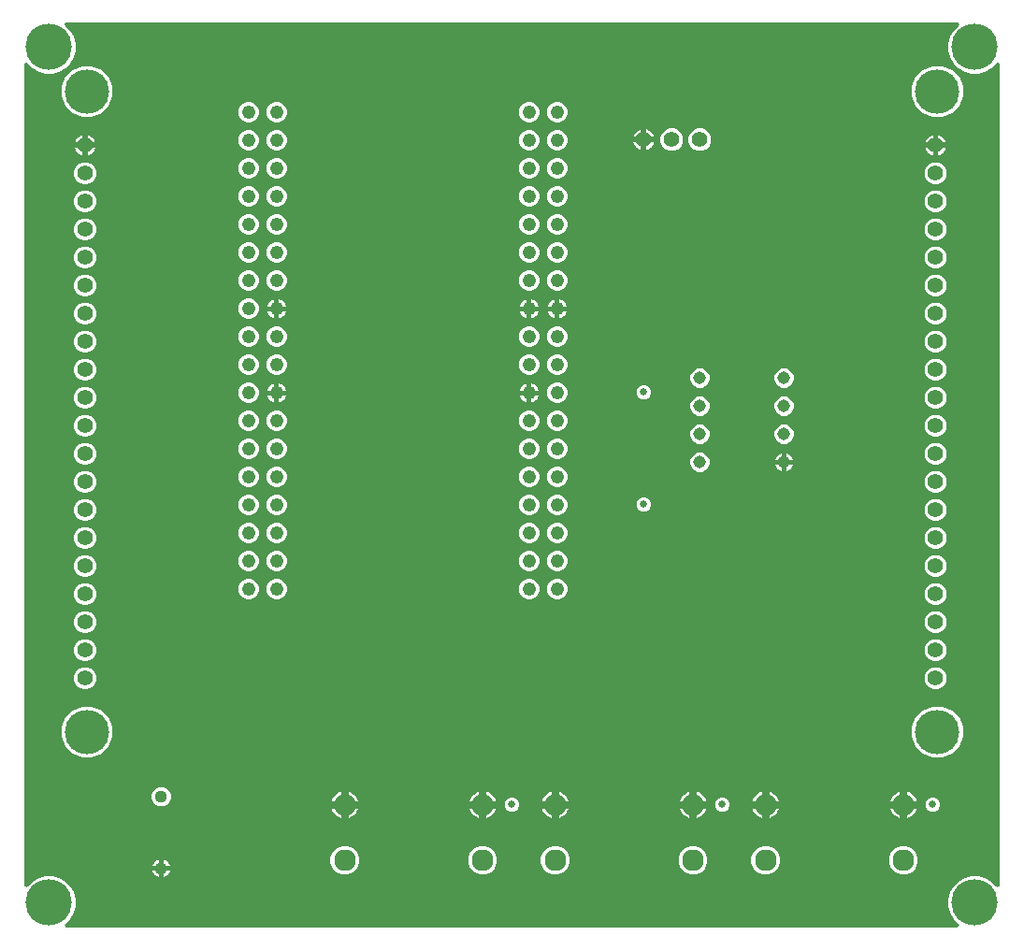
<source format=gbr>
G04 EAGLE Gerber RS-274X export*
G75*
%MOMM*%
%FSLAX34Y34*%
%LPD*%
%INCopper Layer 2*%
%IPPOS*%
%AMOC8*
5,1,8,0,0,1.08239X$1,22.5*%
G01*
%ADD10C,1.120000*%
%ADD11C,1.422400*%
%ADD12C,1.960000*%
%ADD13C,1.244600*%
%ADD14C,1.400000*%
%ADD15C,4.016000*%
%ADD16C,1.137919*%
%ADD17C,4.191000*%
%ADD18C,0.654800*%

G36*
X847441Y3052D02*
X847441Y3052D01*
X847474Y3050D01*
X847634Y3072D01*
X847795Y3089D01*
X847827Y3099D01*
X847860Y3103D01*
X848013Y3158D01*
X848167Y3207D01*
X848196Y3223D01*
X848227Y3234D01*
X848365Y3318D01*
X848507Y3398D01*
X848532Y3420D01*
X848560Y3437D01*
X848678Y3548D01*
X848800Y3654D01*
X848820Y3681D01*
X848845Y3703D01*
X848938Y3836D01*
X849035Y3965D01*
X849050Y3995D01*
X849069Y4022D01*
X849133Y4171D01*
X849203Y4317D01*
X849210Y4349D01*
X849224Y4380D01*
X849256Y4539D01*
X849294Y4696D01*
X849296Y4729D01*
X849302Y4762D01*
X849302Y4924D01*
X849307Y5086D01*
X849302Y5118D01*
X849301Y5152D01*
X849268Y5310D01*
X849240Y5470D01*
X849228Y5500D01*
X849221Y5533D01*
X849156Y5682D01*
X849097Y5832D01*
X849079Y5860D01*
X849065Y5890D01*
X849015Y5957D01*
X848883Y6157D01*
X848798Y6241D01*
X848754Y6299D01*
X844392Y10661D01*
X841232Y16135D01*
X839596Y22240D01*
X839596Y28560D01*
X841232Y34665D01*
X844392Y40139D01*
X848861Y44608D01*
X854335Y47768D01*
X860440Y49404D01*
X866760Y49404D01*
X872865Y47768D01*
X878339Y44608D01*
X882701Y40246D01*
X882726Y40225D01*
X882748Y40200D01*
X882877Y40102D01*
X883003Y40000D01*
X883032Y39985D01*
X883059Y39965D01*
X883205Y39895D01*
X883349Y39821D01*
X883381Y39812D01*
X883411Y39797D01*
X883568Y39759D01*
X883724Y39716D01*
X883758Y39713D01*
X883790Y39706D01*
X883952Y39700D01*
X884113Y39689D01*
X884146Y39694D01*
X884180Y39693D01*
X884339Y39720D01*
X884499Y39743D01*
X884531Y39754D01*
X884564Y39760D01*
X884714Y39819D01*
X884867Y39874D01*
X884895Y39891D01*
X884926Y39903D01*
X885061Y39992D01*
X885199Y40076D01*
X885224Y40099D01*
X885252Y40117D01*
X885366Y40232D01*
X885484Y40343D01*
X885503Y40370D01*
X885527Y40394D01*
X885615Y40529D01*
X885708Y40662D01*
X885721Y40692D01*
X885740Y40720D01*
X885799Y40871D01*
X885863Y41019D01*
X885870Y41052D01*
X885882Y41083D01*
X885893Y41165D01*
X885942Y41401D01*
X885941Y41520D01*
X885951Y41592D01*
X885951Y783908D01*
X885948Y783941D01*
X885950Y783974D01*
X885928Y784134D01*
X885911Y784295D01*
X885901Y784327D01*
X885897Y784360D01*
X885842Y784513D01*
X885793Y784667D01*
X885777Y784696D01*
X885766Y784727D01*
X885682Y784865D01*
X885602Y785007D01*
X885580Y785032D01*
X885563Y785060D01*
X885452Y785178D01*
X885346Y785300D01*
X885319Y785320D01*
X885297Y785345D01*
X885164Y785438D01*
X885035Y785535D01*
X885005Y785550D01*
X884978Y785569D01*
X884829Y785633D01*
X884683Y785703D01*
X884651Y785710D01*
X884620Y785724D01*
X884461Y785756D01*
X884304Y785794D01*
X884271Y785796D01*
X884238Y785802D01*
X884076Y785802D01*
X883914Y785807D01*
X883882Y785802D01*
X883848Y785801D01*
X883690Y785768D01*
X883530Y785740D01*
X883500Y785728D01*
X883467Y785721D01*
X883318Y785656D01*
X883168Y785597D01*
X883140Y785579D01*
X883110Y785565D01*
X883043Y785515D01*
X882843Y785383D01*
X882759Y785298D01*
X882701Y785254D01*
X878339Y780892D01*
X872865Y777732D01*
X866760Y776096D01*
X860440Y776096D01*
X854335Y777732D01*
X848861Y780892D01*
X844392Y785361D01*
X841232Y790835D01*
X839596Y796940D01*
X839596Y803260D01*
X841232Y809365D01*
X844392Y814839D01*
X848754Y819201D01*
X848775Y819226D01*
X848800Y819248D01*
X848898Y819377D01*
X849000Y819503D01*
X849015Y819532D01*
X849035Y819559D01*
X849105Y819705D01*
X849179Y819849D01*
X849188Y819881D01*
X849203Y819911D01*
X849241Y820068D01*
X849284Y820224D01*
X849287Y820258D01*
X849294Y820290D01*
X849300Y820452D01*
X849311Y820613D01*
X849306Y820646D01*
X849307Y820680D01*
X849280Y820839D01*
X849257Y820999D01*
X849246Y821031D01*
X849240Y821064D01*
X849181Y821214D01*
X849126Y821367D01*
X849109Y821395D01*
X849097Y821426D01*
X849008Y821561D01*
X848924Y821699D01*
X848901Y821724D01*
X848883Y821752D01*
X848768Y821866D01*
X848657Y821984D01*
X848630Y822003D01*
X848606Y822027D01*
X848471Y822115D01*
X848338Y822208D01*
X848308Y822221D01*
X848280Y822240D01*
X848129Y822299D01*
X847981Y822363D01*
X847948Y822370D01*
X847917Y822382D01*
X847835Y822393D01*
X847599Y822442D01*
X847480Y822441D01*
X847408Y822451D01*
X41592Y822451D01*
X41559Y822448D01*
X41526Y822450D01*
X41366Y822428D01*
X41205Y822411D01*
X41173Y822401D01*
X41140Y822397D01*
X40987Y822342D01*
X40833Y822293D01*
X40804Y822277D01*
X40773Y822266D01*
X40635Y822182D01*
X40493Y822102D01*
X40468Y822080D01*
X40440Y822063D01*
X40322Y821952D01*
X40200Y821846D01*
X40180Y821819D01*
X40155Y821797D01*
X40062Y821664D01*
X39965Y821535D01*
X39950Y821505D01*
X39931Y821478D01*
X39867Y821329D01*
X39797Y821183D01*
X39790Y821151D01*
X39776Y821120D01*
X39744Y820961D01*
X39706Y820804D01*
X39704Y820771D01*
X39698Y820738D01*
X39698Y820576D01*
X39693Y820414D01*
X39698Y820382D01*
X39699Y820348D01*
X39732Y820190D01*
X39760Y820030D01*
X39772Y820000D01*
X39779Y819967D01*
X39844Y819818D01*
X39903Y819668D01*
X39921Y819640D01*
X39935Y819610D01*
X39985Y819543D01*
X40117Y819343D01*
X40202Y819259D01*
X40246Y819201D01*
X44608Y814839D01*
X47768Y809365D01*
X49404Y803260D01*
X49404Y796940D01*
X47768Y790835D01*
X44608Y785361D01*
X40139Y780892D01*
X34665Y777732D01*
X28560Y776096D01*
X22240Y776096D01*
X16135Y777732D01*
X10661Y780892D01*
X6299Y785254D01*
X6274Y785275D01*
X6252Y785300D01*
X6123Y785398D01*
X5997Y785500D01*
X5968Y785515D01*
X5941Y785535D01*
X5795Y785605D01*
X5651Y785679D01*
X5619Y785688D01*
X5589Y785703D01*
X5432Y785741D01*
X5276Y785784D01*
X5242Y785787D01*
X5210Y785794D01*
X5048Y785800D01*
X4887Y785811D01*
X4854Y785806D01*
X4820Y785807D01*
X4661Y785780D01*
X4501Y785757D01*
X4469Y785746D01*
X4436Y785740D01*
X4286Y785681D01*
X4133Y785626D01*
X4105Y785609D01*
X4074Y785597D01*
X3939Y785508D01*
X3801Y785424D01*
X3776Y785401D01*
X3748Y785383D01*
X3634Y785268D01*
X3516Y785157D01*
X3497Y785130D01*
X3473Y785106D01*
X3385Y784971D01*
X3292Y784838D01*
X3279Y784808D01*
X3260Y784780D01*
X3201Y784629D01*
X3137Y784481D01*
X3130Y784448D01*
X3118Y784417D01*
X3107Y784335D01*
X3058Y784099D01*
X3059Y783980D01*
X3049Y783908D01*
X3049Y41592D01*
X3052Y41559D01*
X3050Y41526D01*
X3072Y41366D01*
X3089Y41205D01*
X3099Y41173D01*
X3103Y41140D01*
X3158Y40987D01*
X3207Y40833D01*
X3223Y40804D01*
X3234Y40773D01*
X3318Y40635D01*
X3398Y40493D01*
X3420Y40468D01*
X3437Y40440D01*
X3548Y40322D01*
X3654Y40200D01*
X3681Y40180D01*
X3703Y40155D01*
X3836Y40062D01*
X3965Y39965D01*
X3995Y39950D01*
X4022Y39931D01*
X4171Y39867D01*
X4317Y39797D01*
X4349Y39790D01*
X4380Y39776D01*
X4539Y39744D01*
X4696Y39706D01*
X4729Y39704D01*
X4762Y39698D01*
X4924Y39698D01*
X5086Y39693D01*
X5118Y39698D01*
X5152Y39699D01*
X5310Y39732D01*
X5470Y39760D01*
X5500Y39772D01*
X5533Y39779D01*
X5682Y39844D01*
X5832Y39903D01*
X5860Y39921D01*
X5890Y39935D01*
X5957Y39985D01*
X6157Y40117D01*
X6241Y40202D01*
X6299Y40246D01*
X10661Y44608D01*
X16135Y47768D01*
X22240Y49404D01*
X28560Y49404D01*
X34665Y47768D01*
X40139Y44608D01*
X44608Y40139D01*
X47768Y34665D01*
X49404Y28560D01*
X49404Y22240D01*
X47768Y16135D01*
X44608Y10661D01*
X40246Y6299D01*
X40225Y6274D01*
X40200Y6252D01*
X40102Y6123D01*
X40000Y5997D01*
X39985Y5968D01*
X39965Y5941D01*
X39895Y5795D01*
X39821Y5651D01*
X39812Y5619D01*
X39797Y5589D01*
X39759Y5432D01*
X39716Y5276D01*
X39713Y5242D01*
X39706Y5210D01*
X39700Y5048D01*
X39689Y4887D01*
X39694Y4854D01*
X39693Y4820D01*
X39720Y4661D01*
X39743Y4501D01*
X39754Y4469D01*
X39760Y4436D01*
X39819Y4286D01*
X39874Y4133D01*
X39891Y4105D01*
X39903Y4074D01*
X39992Y3939D01*
X40076Y3801D01*
X40099Y3776D01*
X40117Y3748D01*
X40232Y3634D01*
X40343Y3516D01*
X40370Y3497D01*
X40394Y3473D01*
X40529Y3385D01*
X40662Y3292D01*
X40692Y3279D01*
X40720Y3260D01*
X40871Y3201D01*
X41019Y3137D01*
X41052Y3130D01*
X41083Y3118D01*
X41165Y3107D01*
X41401Y3058D01*
X41520Y3059D01*
X41592Y3049D01*
X847408Y3049D01*
X847441Y3052D01*
G37*
%LPC*%
G36*
X825139Y736771D02*
X825139Y736771D01*
X816639Y740292D01*
X810132Y746799D01*
X806611Y755299D01*
X806611Y764501D01*
X810132Y773001D01*
X816639Y779508D01*
X825139Y783029D01*
X834341Y783029D01*
X842841Y779508D01*
X849348Y773001D01*
X852869Y764501D01*
X852869Y755299D01*
X849348Y746799D01*
X842841Y740292D01*
X834341Y736771D01*
X825139Y736771D01*
G37*
%LPD*%
%LPC*%
G36*
X55139Y736771D02*
X55139Y736771D01*
X46639Y740292D01*
X40132Y746799D01*
X36611Y755299D01*
X36611Y764501D01*
X40132Y773001D01*
X46639Y779508D01*
X55139Y783029D01*
X64341Y783029D01*
X72841Y779508D01*
X79348Y773001D01*
X82869Y764501D01*
X82869Y755299D01*
X79348Y746799D01*
X72841Y740292D01*
X64341Y736771D01*
X55139Y736771D01*
G37*
%LPD*%
%LPC*%
G36*
X825139Y156771D02*
X825139Y156771D01*
X816639Y160292D01*
X810132Y166799D01*
X806611Y175299D01*
X806611Y184501D01*
X810132Y193001D01*
X816639Y199508D01*
X825139Y203029D01*
X834341Y203029D01*
X842841Y199508D01*
X849348Y193001D01*
X852869Y184501D01*
X852869Y175299D01*
X849348Y166799D01*
X842841Y160292D01*
X834341Y156771D01*
X825139Y156771D01*
G37*
%LPD*%
%LPC*%
G36*
X55139Y156771D02*
X55139Y156771D01*
X46639Y160292D01*
X40132Y166799D01*
X36611Y175299D01*
X36611Y184501D01*
X40132Y193001D01*
X46639Y199508D01*
X55139Y203029D01*
X64341Y203029D01*
X72841Y199508D01*
X79348Y193001D01*
X82869Y184501D01*
X82869Y175299D01*
X79348Y166799D01*
X72841Y160292D01*
X64341Y156771D01*
X55139Y156771D01*
G37*
%LPD*%
%LPC*%
G36*
X290544Y51051D02*
X290544Y51051D01*
X285822Y53007D01*
X282207Y56622D01*
X280251Y61344D01*
X280251Y66456D01*
X282207Y71178D01*
X285822Y74793D01*
X290544Y76749D01*
X295656Y76749D01*
X300378Y74793D01*
X303993Y71178D01*
X305949Y66456D01*
X305949Y61344D01*
X303993Y56622D01*
X300378Y53007D01*
X295656Y51051D01*
X290544Y51051D01*
G37*
%LPD*%
%LPC*%
G36*
X415544Y51051D02*
X415544Y51051D01*
X410822Y53007D01*
X407207Y56622D01*
X405251Y61344D01*
X405251Y66456D01*
X407207Y71178D01*
X410822Y74793D01*
X415544Y76749D01*
X420656Y76749D01*
X425378Y74793D01*
X428993Y71178D01*
X430949Y66456D01*
X430949Y61344D01*
X428993Y56622D01*
X425378Y53007D01*
X420656Y51051D01*
X415544Y51051D01*
G37*
%LPD*%
%LPC*%
G36*
X481044Y51051D02*
X481044Y51051D01*
X476322Y53007D01*
X472707Y56622D01*
X470751Y61344D01*
X470751Y66456D01*
X472707Y71178D01*
X476322Y74793D01*
X481044Y76749D01*
X486156Y76749D01*
X490878Y74793D01*
X494493Y71178D01*
X496449Y66456D01*
X496449Y61344D01*
X494493Y56622D01*
X490878Y53007D01*
X486156Y51051D01*
X481044Y51051D01*
G37*
%LPD*%
%LPC*%
G36*
X606044Y51051D02*
X606044Y51051D01*
X601322Y53007D01*
X597707Y56622D01*
X595751Y61344D01*
X595751Y66456D01*
X597707Y71178D01*
X601322Y74793D01*
X606044Y76749D01*
X611156Y76749D01*
X615878Y74793D01*
X619493Y71178D01*
X621449Y66456D01*
X621449Y61344D01*
X619493Y56622D01*
X615878Y53007D01*
X611156Y51051D01*
X606044Y51051D01*
G37*
%LPD*%
%LPC*%
G36*
X796544Y51051D02*
X796544Y51051D01*
X791822Y53007D01*
X788207Y56622D01*
X786251Y61344D01*
X786251Y66456D01*
X788207Y71178D01*
X791822Y74793D01*
X796544Y76749D01*
X801656Y76749D01*
X806378Y74793D01*
X809993Y71178D01*
X811949Y66456D01*
X811949Y61344D01*
X809993Y56622D01*
X806378Y53007D01*
X801656Y51051D01*
X796544Y51051D01*
G37*
%LPD*%
%LPC*%
G36*
X671544Y51051D02*
X671544Y51051D01*
X666822Y53007D01*
X663207Y56622D01*
X661251Y61344D01*
X661251Y66456D01*
X663207Y71178D01*
X666822Y74793D01*
X671544Y76749D01*
X676656Y76749D01*
X681378Y74793D01*
X684993Y71178D01*
X686949Y66456D01*
X686949Y61344D01*
X684993Y56622D01*
X681378Y53007D01*
X676656Y51051D01*
X671544Y51051D01*
G37*
%LPD*%
%LPC*%
G36*
X612659Y706119D02*
X612659Y706119D01*
X608924Y707666D01*
X606066Y710524D01*
X604519Y714259D01*
X604519Y718301D01*
X606066Y722036D01*
X608924Y724894D01*
X612659Y726441D01*
X616701Y726441D01*
X620436Y724894D01*
X623294Y722036D01*
X624841Y718301D01*
X624841Y714259D01*
X623294Y710524D01*
X620436Y707666D01*
X616701Y706119D01*
X612659Y706119D01*
G37*
%LPD*%
%LPC*%
G36*
X587259Y706119D02*
X587259Y706119D01*
X583524Y707666D01*
X580666Y710524D01*
X579119Y714259D01*
X579119Y718301D01*
X580666Y722036D01*
X583524Y724894D01*
X587259Y726441D01*
X591301Y726441D01*
X595036Y724894D01*
X597894Y722036D01*
X599441Y718301D01*
X599441Y714259D01*
X597894Y710524D01*
X595036Y707666D01*
X591301Y706119D01*
X587259Y706119D01*
G37*
%LPD*%
%LPC*%
G36*
X826041Y447151D02*
X826041Y447151D01*
X822348Y448681D01*
X819521Y451508D01*
X817991Y455201D01*
X817991Y459199D01*
X819521Y462892D01*
X822348Y465719D01*
X826041Y467249D01*
X830039Y467249D01*
X833732Y465719D01*
X836559Y462892D01*
X838089Y459199D01*
X838089Y455201D01*
X836559Y451508D01*
X833732Y448681D01*
X830039Y447151D01*
X826041Y447151D01*
G37*
%LPD*%
%LPC*%
G36*
X826041Y574151D02*
X826041Y574151D01*
X822348Y575681D01*
X819521Y578508D01*
X817991Y582201D01*
X817991Y586199D01*
X819521Y589892D01*
X822348Y592719D01*
X826041Y594249D01*
X830039Y594249D01*
X833732Y592719D01*
X836559Y589892D01*
X838089Y586199D01*
X838089Y582201D01*
X836559Y578508D01*
X833732Y575681D01*
X830039Y574151D01*
X826041Y574151D01*
G37*
%LPD*%
%LPC*%
G36*
X826041Y345551D02*
X826041Y345551D01*
X822348Y347081D01*
X819521Y349908D01*
X817991Y353601D01*
X817991Y357599D01*
X819521Y361292D01*
X822348Y364119D01*
X826041Y365649D01*
X830039Y365649D01*
X833732Y364119D01*
X836559Y361292D01*
X838089Y357599D01*
X838089Y353601D01*
X836559Y349908D01*
X833732Y347081D01*
X830039Y345551D01*
X826041Y345551D01*
G37*
%LPD*%
%LPC*%
G36*
X56041Y574151D02*
X56041Y574151D01*
X52348Y575681D01*
X49521Y578508D01*
X47991Y582201D01*
X47991Y586199D01*
X49521Y589892D01*
X52348Y592719D01*
X56041Y594249D01*
X60039Y594249D01*
X63732Y592719D01*
X66559Y589892D01*
X68089Y586199D01*
X68089Y582201D01*
X66559Y578508D01*
X63732Y575681D01*
X60039Y574151D01*
X56041Y574151D01*
G37*
%LPD*%
%LPC*%
G36*
X56041Y218551D02*
X56041Y218551D01*
X52348Y220081D01*
X49521Y222908D01*
X47991Y226601D01*
X47991Y230599D01*
X49521Y234292D01*
X52348Y237119D01*
X56041Y238649D01*
X60039Y238649D01*
X63732Y237119D01*
X66559Y234292D01*
X68089Y230599D01*
X68089Y226601D01*
X66559Y222908D01*
X63732Y220081D01*
X60039Y218551D01*
X56041Y218551D01*
G37*
%LPD*%
%LPC*%
G36*
X826041Y218551D02*
X826041Y218551D01*
X822348Y220081D01*
X819521Y222908D01*
X817991Y226601D01*
X817991Y230599D01*
X819521Y234292D01*
X822348Y237119D01*
X826041Y238649D01*
X830039Y238649D01*
X833732Y237119D01*
X836559Y234292D01*
X838089Y230599D01*
X838089Y226601D01*
X836559Y222908D01*
X833732Y220081D01*
X830039Y218551D01*
X826041Y218551D01*
G37*
%LPD*%
%LPC*%
G36*
X56041Y243951D02*
X56041Y243951D01*
X52348Y245481D01*
X49521Y248308D01*
X47991Y252001D01*
X47991Y255999D01*
X49521Y259692D01*
X52348Y262519D01*
X56041Y264049D01*
X60039Y264049D01*
X63732Y262519D01*
X66559Y259692D01*
X68089Y255999D01*
X68089Y252001D01*
X66559Y248308D01*
X63732Y245481D01*
X60039Y243951D01*
X56041Y243951D01*
G37*
%LPD*%
%LPC*%
G36*
X826041Y548751D02*
X826041Y548751D01*
X822348Y550281D01*
X819521Y553108D01*
X817991Y556801D01*
X817991Y560799D01*
X819521Y564492D01*
X822348Y567319D01*
X826041Y568849D01*
X830039Y568849D01*
X833732Y567319D01*
X836559Y564492D01*
X838089Y560799D01*
X838089Y556801D01*
X836559Y553108D01*
X833732Y550281D01*
X830039Y548751D01*
X826041Y548751D01*
G37*
%LPD*%
%LPC*%
G36*
X56041Y548751D02*
X56041Y548751D01*
X52348Y550281D01*
X49521Y553108D01*
X47991Y556801D01*
X47991Y560799D01*
X49521Y564492D01*
X52348Y567319D01*
X56041Y568849D01*
X60039Y568849D01*
X63732Y567319D01*
X66559Y564492D01*
X68089Y560799D01*
X68089Y556801D01*
X66559Y553108D01*
X63732Y550281D01*
X60039Y548751D01*
X56041Y548751D01*
G37*
%LPD*%
%LPC*%
G36*
X826041Y243951D02*
X826041Y243951D01*
X822348Y245481D01*
X819521Y248308D01*
X817991Y252001D01*
X817991Y255999D01*
X819521Y259692D01*
X822348Y262519D01*
X826041Y264049D01*
X830039Y264049D01*
X833732Y262519D01*
X836559Y259692D01*
X838089Y255999D01*
X838089Y252001D01*
X836559Y248308D01*
X833732Y245481D01*
X830039Y243951D01*
X826041Y243951D01*
G37*
%LPD*%
%LPC*%
G36*
X56041Y269351D02*
X56041Y269351D01*
X52348Y270881D01*
X49521Y273708D01*
X47991Y277401D01*
X47991Y281399D01*
X49521Y285092D01*
X52348Y287919D01*
X56041Y289449D01*
X60039Y289449D01*
X63732Y287919D01*
X66559Y285092D01*
X68089Y281399D01*
X68089Y277401D01*
X66559Y273708D01*
X63732Y270881D01*
X60039Y269351D01*
X56041Y269351D01*
G37*
%LPD*%
%LPC*%
G36*
X56041Y599551D02*
X56041Y599551D01*
X52348Y601081D01*
X49521Y603908D01*
X47991Y607601D01*
X47991Y611599D01*
X49521Y615292D01*
X52348Y618119D01*
X56041Y619649D01*
X60039Y619649D01*
X63732Y618119D01*
X66559Y615292D01*
X68089Y611599D01*
X68089Y607601D01*
X66559Y603908D01*
X63732Y601081D01*
X60039Y599551D01*
X56041Y599551D01*
G37*
%LPD*%
%LPC*%
G36*
X826041Y269351D02*
X826041Y269351D01*
X822348Y270881D01*
X819521Y273708D01*
X817991Y277401D01*
X817991Y281399D01*
X819521Y285092D01*
X822348Y287919D01*
X826041Y289449D01*
X830039Y289449D01*
X833732Y287919D01*
X836559Y285092D01*
X838089Y281399D01*
X838089Y277401D01*
X836559Y273708D01*
X833732Y270881D01*
X830039Y269351D01*
X826041Y269351D01*
G37*
%LPD*%
%LPC*%
G36*
X56041Y294751D02*
X56041Y294751D01*
X52348Y296281D01*
X49521Y299108D01*
X47991Y302801D01*
X47991Y306799D01*
X49521Y310492D01*
X52348Y313319D01*
X56041Y314849D01*
X60039Y314849D01*
X63732Y313319D01*
X66559Y310492D01*
X68089Y306799D01*
X68089Y302801D01*
X66559Y299108D01*
X63732Y296281D01*
X60039Y294751D01*
X56041Y294751D01*
G37*
%LPD*%
%LPC*%
G36*
X826041Y294751D02*
X826041Y294751D01*
X822348Y296281D01*
X819521Y299108D01*
X817991Y302801D01*
X817991Y306799D01*
X819521Y310492D01*
X822348Y313319D01*
X826041Y314849D01*
X830039Y314849D01*
X833732Y313319D01*
X836559Y310492D01*
X838089Y306799D01*
X838089Y302801D01*
X836559Y299108D01*
X833732Y296281D01*
X830039Y294751D01*
X826041Y294751D01*
G37*
%LPD*%
%LPC*%
G36*
X56041Y320151D02*
X56041Y320151D01*
X52348Y321681D01*
X49521Y324508D01*
X47991Y328201D01*
X47991Y332199D01*
X49521Y335892D01*
X52348Y338719D01*
X56041Y340249D01*
X60039Y340249D01*
X63732Y338719D01*
X66559Y335892D01*
X68089Y332199D01*
X68089Y328201D01*
X66559Y324508D01*
X63732Y321681D01*
X60039Y320151D01*
X56041Y320151D01*
G37*
%LPD*%
%LPC*%
G36*
X826041Y675751D02*
X826041Y675751D01*
X822348Y677281D01*
X819521Y680108D01*
X817991Y683801D01*
X817991Y687799D01*
X819521Y691492D01*
X822348Y694319D01*
X826041Y695849D01*
X830039Y695849D01*
X833732Y694319D01*
X836559Y691492D01*
X838089Y687799D01*
X838089Y683801D01*
X836559Y680108D01*
X833732Y677281D01*
X830039Y675751D01*
X826041Y675751D01*
G37*
%LPD*%
%LPC*%
G36*
X56041Y675751D02*
X56041Y675751D01*
X52348Y677281D01*
X49521Y680108D01*
X47991Y683801D01*
X47991Y687799D01*
X49521Y691492D01*
X52348Y694319D01*
X56041Y695849D01*
X60039Y695849D01*
X63732Y694319D01*
X66559Y691492D01*
X68089Y687799D01*
X68089Y683801D01*
X66559Y680108D01*
X63732Y677281D01*
X60039Y675751D01*
X56041Y675751D01*
G37*
%LPD*%
%LPC*%
G36*
X56041Y370951D02*
X56041Y370951D01*
X52348Y372481D01*
X49521Y375308D01*
X47991Y379001D01*
X47991Y382999D01*
X49521Y386692D01*
X52348Y389519D01*
X56041Y391049D01*
X60039Y391049D01*
X63732Y389519D01*
X66559Y386692D01*
X68089Y382999D01*
X68089Y379001D01*
X66559Y375308D01*
X63732Y372481D01*
X60039Y370951D01*
X56041Y370951D01*
G37*
%LPD*%
%LPC*%
G36*
X826041Y370951D02*
X826041Y370951D01*
X822348Y372481D01*
X819521Y375308D01*
X817991Y379001D01*
X817991Y382999D01*
X819521Y386692D01*
X822348Y389519D01*
X826041Y391049D01*
X830039Y391049D01*
X833732Y389519D01*
X836559Y386692D01*
X838089Y382999D01*
X838089Y379001D01*
X836559Y375308D01*
X833732Y372481D01*
X830039Y370951D01*
X826041Y370951D01*
G37*
%LPD*%
%LPC*%
G36*
X56041Y396351D02*
X56041Y396351D01*
X52348Y397881D01*
X49521Y400708D01*
X47991Y404401D01*
X47991Y408399D01*
X49521Y412092D01*
X52348Y414919D01*
X56041Y416449D01*
X60039Y416449D01*
X63732Y414919D01*
X66559Y412092D01*
X68089Y408399D01*
X68089Y404401D01*
X66559Y400708D01*
X63732Y397881D01*
X60039Y396351D01*
X56041Y396351D01*
G37*
%LPD*%
%LPC*%
G36*
X826041Y396351D02*
X826041Y396351D01*
X822348Y397881D01*
X819521Y400708D01*
X817991Y404401D01*
X817991Y408399D01*
X819521Y412092D01*
X822348Y414919D01*
X826041Y416449D01*
X830039Y416449D01*
X833732Y414919D01*
X836559Y412092D01*
X838089Y408399D01*
X838089Y404401D01*
X836559Y400708D01*
X833732Y397881D01*
X830039Y396351D01*
X826041Y396351D01*
G37*
%LPD*%
%LPC*%
G36*
X826041Y650351D02*
X826041Y650351D01*
X822348Y651881D01*
X819521Y654708D01*
X817991Y658401D01*
X817991Y662399D01*
X819521Y666092D01*
X822348Y668919D01*
X826041Y670449D01*
X830039Y670449D01*
X833732Y668919D01*
X836559Y666092D01*
X838089Y662399D01*
X838089Y658401D01*
X836559Y654708D01*
X833732Y651881D01*
X830039Y650351D01*
X826041Y650351D01*
G37*
%LPD*%
%LPC*%
G36*
X56041Y650351D02*
X56041Y650351D01*
X52348Y651881D01*
X49521Y654708D01*
X47991Y658401D01*
X47991Y662399D01*
X49521Y666092D01*
X52348Y668919D01*
X56041Y670449D01*
X60039Y670449D01*
X63732Y668919D01*
X66559Y666092D01*
X68089Y662399D01*
X68089Y658401D01*
X66559Y654708D01*
X63732Y651881D01*
X60039Y650351D01*
X56041Y650351D01*
G37*
%LPD*%
%LPC*%
G36*
X826041Y523351D02*
X826041Y523351D01*
X822348Y524881D01*
X819521Y527708D01*
X817991Y531401D01*
X817991Y535399D01*
X819521Y539092D01*
X822348Y541919D01*
X826041Y543449D01*
X830039Y543449D01*
X833732Y541919D01*
X836559Y539092D01*
X838089Y535399D01*
X838089Y531401D01*
X836559Y527708D01*
X833732Y524881D01*
X830039Y523351D01*
X826041Y523351D01*
G37*
%LPD*%
%LPC*%
G36*
X56041Y523351D02*
X56041Y523351D01*
X52348Y524881D01*
X49521Y527708D01*
X47991Y531401D01*
X47991Y535399D01*
X49521Y539092D01*
X52348Y541919D01*
X56041Y543449D01*
X60039Y543449D01*
X63732Y541919D01*
X66559Y539092D01*
X68089Y535399D01*
X68089Y531401D01*
X66559Y527708D01*
X63732Y524881D01*
X60039Y523351D01*
X56041Y523351D01*
G37*
%LPD*%
%LPC*%
G36*
X826041Y472551D02*
X826041Y472551D01*
X822348Y474081D01*
X819521Y476908D01*
X817991Y480601D01*
X817991Y484599D01*
X819521Y488292D01*
X822348Y491119D01*
X826041Y492649D01*
X830039Y492649D01*
X833732Y491119D01*
X836559Y488292D01*
X838089Y484599D01*
X838089Y480601D01*
X836559Y476908D01*
X833732Y474081D01*
X830039Y472551D01*
X826041Y472551D01*
G37*
%LPD*%
%LPC*%
G36*
X56041Y472551D02*
X56041Y472551D01*
X52348Y474081D01*
X49521Y476908D01*
X47991Y480601D01*
X47991Y484599D01*
X49521Y488292D01*
X52348Y491119D01*
X56041Y492649D01*
X60039Y492649D01*
X63732Y491119D01*
X66559Y488292D01*
X68089Y484599D01*
X68089Y480601D01*
X66559Y476908D01*
X63732Y474081D01*
X60039Y472551D01*
X56041Y472551D01*
G37*
%LPD*%
%LPC*%
G36*
X826041Y624951D02*
X826041Y624951D01*
X822348Y626481D01*
X819521Y629308D01*
X817991Y633001D01*
X817991Y636999D01*
X819521Y640692D01*
X822348Y643519D01*
X826041Y645049D01*
X830039Y645049D01*
X833732Y643519D01*
X836559Y640692D01*
X838089Y636999D01*
X838089Y633001D01*
X836559Y629308D01*
X833732Y626481D01*
X830039Y624951D01*
X826041Y624951D01*
G37*
%LPD*%
%LPC*%
G36*
X56041Y624951D02*
X56041Y624951D01*
X52348Y626481D01*
X49521Y629308D01*
X47991Y633001D01*
X47991Y636999D01*
X49521Y640692D01*
X52348Y643519D01*
X56041Y645049D01*
X60039Y645049D01*
X63732Y643519D01*
X66559Y640692D01*
X68089Y636999D01*
X68089Y633001D01*
X66559Y629308D01*
X63732Y626481D01*
X60039Y624951D01*
X56041Y624951D01*
G37*
%LPD*%
%LPC*%
G36*
X56041Y421751D02*
X56041Y421751D01*
X52348Y423281D01*
X49521Y426108D01*
X47991Y429801D01*
X47991Y433799D01*
X49521Y437492D01*
X52348Y440319D01*
X56041Y441849D01*
X60039Y441849D01*
X63732Y440319D01*
X66559Y437492D01*
X68089Y433799D01*
X68089Y429801D01*
X66559Y426108D01*
X63732Y423281D01*
X60039Y421751D01*
X56041Y421751D01*
G37*
%LPD*%
%LPC*%
G36*
X826041Y421751D02*
X826041Y421751D01*
X822348Y423281D01*
X819521Y426108D01*
X817991Y429801D01*
X817991Y433799D01*
X819521Y437492D01*
X822348Y440319D01*
X826041Y441849D01*
X830039Y441849D01*
X833732Y440319D01*
X836559Y437492D01*
X838089Y433799D01*
X838089Y429801D01*
X836559Y426108D01*
X833732Y423281D01*
X830039Y421751D01*
X826041Y421751D01*
G37*
%LPD*%
%LPC*%
G36*
X826041Y497951D02*
X826041Y497951D01*
X822348Y499481D01*
X819521Y502308D01*
X817991Y506001D01*
X817991Y509999D01*
X819521Y513692D01*
X822348Y516519D01*
X826041Y518049D01*
X830039Y518049D01*
X833732Y516519D01*
X836559Y513692D01*
X838089Y509999D01*
X838089Y506001D01*
X836559Y502308D01*
X833732Y499481D01*
X830039Y497951D01*
X826041Y497951D01*
G37*
%LPD*%
%LPC*%
G36*
X56041Y497951D02*
X56041Y497951D01*
X52348Y499481D01*
X49521Y502308D01*
X47991Y506001D01*
X47991Y509999D01*
X49521Y513692D01*
X52348Y516519D01*
X56041Y518049D01*
X60039Y518049D01*
X63732Y516519D01*
X66559Y513692D01*
X68089Y509999D01*
X68089Y506001D01*
X66559Y502308D01*
X63732Y499481D01*
X60039Y497951D01*
X56041Y497951D01*
G37*
%LPD*%
%LPC*%
G36*
X826041Y599551D02*
X826041Y599551D01*
X822348Y601081D01*
X819521Y603908D01*
X817991Y607601D01*
X817991Y611599D01*
X819521Y615292D01*
X822348Y618119D01*
X826041Y619649D01*
X830039Y619649D01*
X833732Y618119D01*
X836559Y615292D01*
X838089Y611599D01*
X838089Y607601D01*
X836559Y603908D01*
X833732Y601081D01*
X830039Y599551D01*
X826041Y599551D01*
G37*
%LPD*%
%LPC*%
G36*
X56041Y447151D02*
X56041Y447151D01*
X52348Y448681D01*
X49521Y451508D01*
X47991Y455201D01*
X47991Y459199D01*
X49521Y462892D01*
X52348Y465719D01*
X56041Y467249D01*
X60039Y467249D01*
X63732Y465719D01*
X66559Y462892D01*
X68089Y459199D01*
X68089Y455201D01*
X66559Y451508D01*
X63732Y448681D01*
X60039Y447151D01*
X56041Y447151D01*
G37*
%LPD*%
%LPC*%
G36*
X826041Y320151D02*
X826041Y320151D01*
X822348Y321681D01*
X819521Y324508D01*
X817991Y328201D01*
X817991Y332199D01*
X819521Y335892D01*
X822348Y338719D01*
X826041Y340249D01*
X830039Y340249D01*
X833732Y338719D01*
X836559Y335892D01*
X838089Y332199D01*
X838089Y328201D01*
X836559Y324508D01*
X833732Y321681D01*
X830039Y320151D01*
X826041Y320151D01*
G37*
%LPD*%
%LPC*%
G36*
X56041Y345551D02*
X56041Y345551D01*
X52348Y347081D01*
X49521Y349908D01*
X47991Y353601D01*
X47991Y357599D01*
X49521Y361292D01*
X52348Y364119D01*
X56041Y365649D01*
X60039Y365649D01*
X63732Y364119D01*
X66559Y361292D01*
X68089Y357599D01*
X68089Y353601D01*
X66559Y349908D01*
X63732Y347081D01*
X60039Y345551D01*
X56041Y345551D01*
G37*
%LPD*%
%LPC*%
G36*
X483556Y731728D02*
X483556Y731728D01*
X480148Y733140D01*
X477540Y735748D01*
X476128Y739156D01*
X476128Y742844D01*
X477540Y746252D01*
X480148Y748860D01*
X483556Y750272D01*
X487244Y750272D01*
X490652Y748860D01*
X493260Y746252D01*
X494672Y742844D01*
X494672Y739156D01*
X493260Y735748D01*
X490652Y733140D01*
X487244Y731728D01*
X483556Y731728D01*
G37*
%LPD*%
%LPC*%
G36*
X458156Y731728D02*
X458156Y731728D01*
X454748Y733140D01*
X452140Y735748D01*
X450728Y739156D01*
X450728Y742844D01*
X452140Y746252D01*
X454748Y748860D01*
X458156Y750272D01*
X461844Y750272D01*
X465252Y748860D01*
X467860Y746252D01*
X469272Y742844D01*
X469272Y739156D01*
X467860Y735748D01*
X465252Y733140D01*
X461844Y731728D01*
X458156Y731728D01*
G37*
%LPD*%
%LPC*%
G36*
X229556Y731728D02*
X229556Y731728D01*
X226148Y733140D01*
X223540Y735748D01*
X222128Y739156D01*
X222128Y742844D01*
X223540Y746252D01*
X226148Y748860D01*
X229556Y750272D01*
X233244Y750272D01*
X236652Y748860D01*
X239260Y746252D01*
X240672Y742844D01*
X240672Y739156D01*
X239260Y735748D01*
X236652Y733140D01*
X233244Y731728D01*
X229556Y731728D01*
G37*
%LPD*%
%LPC*%
G36*
X204156Y731728D02*
X204156Y731728D01*
X200748Y733140D01*
X198140Y735748D01*
X196728Y739156D01*
X196728Y742844D01*
X198140Y746252D01*
X200748Y748860D01*
X204156Y750272D01*
X207844Y750272D01*
X211252Y748860D01*
X213860Y746252D01*
X215272Y742844D01*
X215272Y739156D01*
X213860Y735748D01*
X211252Y733140D01*
X207844Y731728D01*
X204156Y731728D01*
G37*
%LPD*%
%LPC*%
G36*
X458156Y325328D02*
X458156Y325328D01*
X454748Y326740D01*
X452140Y329348D01*
X450728Y332756D01*
X450728Y336444D01*
X452140Y339852D01*
X454748Y342460D01*
X458156Y343872D01*
X461844Y343872D01*
X465252Y342460D01*
X467860Y339852D01*
X469272Y336444D01*
X469272Y332756D01*
X467860Y329348D01*
X465252Y326740D01*
X461844Y325328D01*
X458156Y325328D01*
G37*
%LPD*%
%LPC*%
G36*
X229556Y325328D02*
X229556Y325328D01*
X226148Y326740D01*
X223540Y329348D01*
X222128Y332756D01*
X222128Y336444D01*
X223540Y339852D01*
X226148Y342460D01*
X229556Y343872D01*
X233244Y343872D01*
X236652Y342460D01*
X239260Y339852D01*
X240672Y336444D01*
X240672Y332756D01*
X239260Y329348D01*
X236652Y326740D01*
X233244Y325328D01*
X229556Y325328D01*
G37*
%LPD*%
%LPC*%
G36*
X483556Y706328D02*
X483556Y706328D01*
X480148Y707740D01*
X477540Y710348D01*
X476128Y713756D01*
X476128Y717444D01*
X477540Y720852D01*
X480148Y723460D01*
X483556Y724872D01*
X487244Y724872D01*
X490652Y723460D01*
X493260Y720852D01*
X494672Y717444D01*
X494672Y713756D01*
X493260Y710348D01*
X490652Y707740D01*
X487244Y706328D01*
X483556Y706328D01*
G37*
%LPD*%
%LPC*%
G36*
X229556Y706328D02*
X229556Y706328D01*
X226148Y707740D01*
X223540Y710348D01*
X222128Y713756D01*
X222128Y717444D01*
X223540Y720852D01*
X226148Y723460D01*
X229556Y724872D01*
X233244Y724872D01*
X236652Y723460D01*
X239260Y720852D01*
X240672Y717444D01*
X240672Y713756D01*
X239260Y710348D01*
X236652Y707740D01*
X233244Y706328D01*
X229556Y706328D01*
G37*
%LPD*%
%LPC*%
G36*
X204156Y706328D02*
X204156Y706328D01*
X200748Y707740D01*
X198140Y710348D01*
X196728Y713756D01*
X196728Y717444D01*
X198140Y720852D01*
X200748Y723460D01*
X204156Y724872D01*
X207844Y724872D01*
X211252Y723460D01*
X213860Y720852D01*
X215272Y717444D01*
X215272Y713756D01*
X213860Y710348D01*
X211252Y707740D01*
X207844Y706328D01*
X204156Y706328D01*
G37*
%LPD*%
%LPC*%
G36*
X458156Y706328D02*
X458156Y706328D01*
X454748Y707740D01*
X452140Y710348D01*
X450728Y713756D01*
X450728Y717444D01*
X452140Y720852D01*
X454748Y723460D01*
X458156Y724872D01*
X461844Y724872D01*
X465252Y723460D01*
X467860Y720852D01*
X469272Y717444D01*
X469272Y713756D01*
X467860Y710348D01*
X465252Y707740D01*
X461844Y706328D01*
X458156Y706328D01*
G37*
%LPD*%
%LPC*%
G36*
X204156Y325328D02*
X204156Y325328D01*
X200748Y326740D01*
X198140Y329348D01*
X196728Y332756D01*
X196728Y336444D01*
X198140Y339852D01*
X200748Y342460D01*
X204156Y343872D01*
X207844Y343872D01*
X211252Y342460D01*
X213860Y339852D01*
X215272Y336444D01*
X215272Y332756D01*
X213860Y329348D01*
X211252Y326740D01*
X207844Y325328D01*
X204156Y325328D01*
G37*
%LPD*%
%LPC*%
G36*
X483556Y299928D02*
X483556Y299928D01*
X480148Y301340D01*
X477540Y303948D01*
X476128Y307356D01*
X476128Y311044D01*
X477540Y314452D01*
X480148Y317060D01*
X483556Y318472D01*
X487244Y318472D01*
X490652Y317060D01*
X493260Y314452D01*
X494672Y311044D01*
X494672Y307356D01*
X493260Y303948D01*
X490652Y301340D01*
X487244Y299928D01*
X483556Y299928D01*
G37*
%LPD*%
%LPC*%
G36*
X458156Y299928D02*
X458156Y299928D01*
X454748Y301340D01*
X452140Y303948D01*
X450728Y307356D01*
X450728Y311044D01*
X452140Y314452D01*
X454748Y317060D01*
X458156Y318472D01*
X461844Y318472D01*
X465252Y317060D01*
X467860Y314452D01*
X469272Y311044D01*
X469272Y307356D01*
X467860Y303948D01*
X465252Y301340D01*
X461844Y299928D01*
X458156Y299928D01*
G37*
%LPD*%
%LPC*%
G36*
X229556Y299928D02*
X229556Y299928D01*
X226148Y301340D01*
X223540Y303948D01*
X222128Y307356D01*
X222128Y311044D01*
X223540Y314452D01*
X226148Y317060D01*
X229556Y318472D01*
X233244Y318472D01*
X236652Y317060D01*
X239260Y314452D01*
X240672Y311044D01*
X240672Y307356D01*
X239260Y303948D01*
X236652Y301340D01*
X233244Y299928D01*
X229556Y299928D01*
G37*
%LPD*%
%LPC*%
G36*
X204156Y299928D02*
X204156Y299928D01*
X200748Y301340D01*
X198140Y303948D01*
X196728Y307356D01*
X196728Y311044D01*
X198140Y314452D01*
X200748Y317060D01*
X204156Y318472D01*
X207844Y318472D01*
X211252Y317060D01*
X213860Y314452D01*
X215272Y311044D01*
X215272Y307356D01*
X213860Y303948D01*
X211252Y301340D01*
X207844Y299928D01*
X204156Y299928D01*
G37*
%LPD*%
%LPC*%
G36*
X483556Y680928D02*
X483556Y680928D01*
X480148Y682340D01*
X477540Y684948D01*
X476128Y688356D01*
X476128Y692044D01*
X477540Y695452D01*
X480148Y698060D01*
X483556Y699472D01*
X487244Y699472D01*
X490652Y698060D01*
X493260Y695452D01*
X494672Y692044D01*
X494672Y688356D01*
X493260Y684948D01*
X490652Y682340D01*
X487244Y680928D01*
X483556Y680928D01*
G37*
%LPD*%
%LPC*%
G36*
X458156Y680928D02*
X458156Y680928D01*
X454748Y682340D01*
X452140Y684948D01*
X450728Y688356D01*
X450728Y692044D01*
X452140Y695452D01*
X454748Y698060D01*
X458156Y699472D01*
X461844Y699472D01*
X465252Y698060D01*
X467860Y695452D01*
X469272Y692044D01*
X469272Y688356D01*
X467860Y684948D01*
X465252Y682340D01*
X461844Y680928D01*
X458156Y680928D01*
G37*
%LPD*%
%LPC*%
G36*
X229556Y680928D02*
X229556Y680928D01*
X226148Y682340D01*
X223540Y684948D01*
X222128Y688356D01*
X222128Y692044D01*
X223540Y695452D01*
X226148Y698060D01*
X229556Y699472D01*
X233244Y699472D01*
X236652Y698060D01*
X239260Y695452D01*
X240672Y692044D01*
X240672Y688356D01*
X239260Y684948D01*
X236652Y682340D01*
X233244Y680928D01*
X229556Y680928D01*
G37*
%LPD*%
%LPC*%
G36*
X204156Y680928D02*
X204156Y680928D01*
X200748Y682340D01*
X198140Y684948D01*
X196728Y688356D01*
X196728Y692044D01*
X198140Y695452D01*
X200748Y698060D01*
X204156Y699472D01*
X207844Y699472D01*
X211252Y698060D01*
X213860Y695452D01*
X215272Y692044D01*
X215272Y688356D01*
X213860Y684948D01*
X211252Y682340D01*
X207844Y680928D01*
X204156Y680928D01*
G37*
%LPD*%
%LPC*%
G36*
X229556Y655528D02*
X229556Y655528D01*
X226148Y656940D01*
X223540Y659548D01*
X222128Y662956D01*
X222128Y666644D01*
X223540Y670052D01*
X226148Y672660D01*
X229556Y674072D01*
X233244Y674072D01*
X236652Y672660D01*
X239260Y670052D01*
X240672Y666644D01*
X240672Y662956D01*
X239260Y659548D01*
X236652Y656940D01*
X233244Y655528D01*
X229556Y655528D01*
G37*
%LPD*%
%LPC*%
G36*
X204156Y655528D02*
X204156Y655528D01*
X200748Y656940D01*
X198140Y659548D01*
X196728Y662956D01*
X196728Y666644D01*
X198140Y670052D01*
X200748Y672660D01*
X204156Y674072D01*
X207844Y674072D01*
X211252Y672660D01*
X213860Y670052D01*
X215272Y666644D01*
X215272Y662956D01*
X213860Y659548D01*
X211252Y656940D01*
X207844Y655528D01*
X204156Y655528D01*
G37*
%LPD*%
%LPC*%
G36*
X483556Y655528D02*
X483556Y655528D01*
X480148Y656940D01*
X477540Y659548D01*
X476128Y662956D01*
X476128Y666644D01*
X477540Y670052D01*
X480148Y672660D01*
X483556Y674072D01*
X487244Y674072D01*
X490652Y672660D01*
X493260Y670052D01*
X494672Y666644D01*
X494672Y662956D01*
X493260Y659548D01*
X490652Y656940D01*
X487244Y655528D01*
X483556Y655528D01*
G37*
%LPD*%
%LPC*%
G36*
X458156Y655528D02*
X458156Y655528D01*
X454748Y656940D01*
X452140Y659548D01*
X450728Y662956D01*
X450728Y666644D01*
X452140Y670052D01*
X454748Y672660D01*
X458156Y674072D01*
X461844Y674072D01*
X465252Y672660D01*
X467860Y670052D01*
X469272Y666644D01*
X469272Y662956D01*
X467860Y659548D01*
X465252Y656940D01*
X461844Y655528D01*
X458156Y655528D01*
G37*
%LPD*%
%LPC*%
G36*
X483556Y630128D02*
X483556Y630128D01*
X480148Y631540D01*
X477540Y634148D01*
X476128Y637556D01*
X476128Y641244D01*
X477540Y644652D01*
X480148Y647260D01*
X483556Y648672D01*
X487244Y648672D01*
X490652Y647260D01*
X493260Y644652D01*
X494672Y641244D01*
X494672Y637556D01*
X493260Y634148D01*
X490652Y631540D01*
X487244Y630128D01*
X483556Y630128D01*
G37*
%LPD*%
%LPC*%
G36*
X458156Y630128D02*
X458156Y630128D01*
X454748Y631540D01*
X452140Y634148D01*
X450728Y637556D01*
X450728Y641244D01*
X452140Y644652D01*
X454748Y647260D01*
X458156Y648672D01*
X461844Y648672D01*
X465252Y647260D01*
X467860Y644652D01*
X469272Y641244D01*
X469272Y637556D01*
X467860Y634148D01*
X465252Y631540D01*
X461844Y630128D01*
X458156Y630128D01*
G37*
%LPD*%
%LPC*%
G36*
X229556Y630128D02*
X229556Y630128D01*
X226148Y631540D01*
X223540Y634148D01*
X222128Y637556D01*
X222128Y641244D01*
X223540Y644652D01*
X226148Y647260D01*
X229556Y648672D01*
X233244Y648672D01*
X236652Y647260D01*
X239260Y644652D01*
X240672Y641244D01*
X240672Y637556D01*
X239260Y634148D01*
X236652Y631540D01*
X233244Y630128D01*
X229556Y630128D01*
G37*
%LPD*%
%LPC*%
G36*
X204156Y630128D02*
X204156Y630128D01*
X200748Y631540D01*
X198140Y634148D01*
X196728Y637556D01*
X196728Y641244D01*
X198140Y644652D01*
X200748Y647260D01*
X204156Y648672D01*
X207844Y648672D01*
X211252Y647260D01*
X213860Y644652D01*
X215272Y641244D01*
X215272Y637556D01*
X213860Y634148D01*
X211252Y631540D01*
X207844Y630128D01*
X204156Y630128D01*
G37*
%LPD*%
%LPC*%
G36*
X483556Y604728D02*
X483556Y604728D01*
X480148Y606140D01*
X477540Y608748D01*
X476128Y612156D01*
X476128Y615844D01*
X477540Y619252D01*
X480148Y621860D01*
X483556Y623272D01*
X487244Y623272D01*
X490652Y621860D01*
X493260Y619252D01*
X494672Y615844D01*
X494672Y612156D01*
X493260Y608748D01*
X490652Y606140D01*
X487244Y604728D01*
X483556Y604728D01*
G37*
%LPD*%
%LPC*%
G36*
X458156Y604728D02*
X458156Y604728D01*
X454748Y606140D01*
X452140Y608748D01*
X450728Y612156D01*
X450728Y615844D01*
X452140Y619252D01*
X454748Y621860D01*
X458156Y623272D01*
X461844Y623272D01*
X465252Y621860D01*
X467860Y619252D01*
X469272Y615844D01*
X469272Y612156D01*
X467860Y608748D01*
X465252Y606140D01*
X461844Y604728D01*
X458156Y604728D01*
G37*
%LPD*%
%LPC*%
G36*
X229556Y604728D02*
X229556Y604728D01*
X226148Y606140D01*
X223540Y608748D01*
X222128Y612156D01*
X222128Y615844D01*
X223540Y619252D01*
X226148Y621860D01*
X229556Y623272D01*
X233244Y623272D01*
X236652Y621860D01*
X239260Y619252D01*
X240672Y615844D01*
X240672Y612156D01*
X239260Y608748D01*
X236652Y606140D01*
X233244Y604728D01*
X229556Y604728D01*
G37*
%LPD*%
%LPC*%
G36*
X204156Y604728D02*
X204156Y604728D01*
X200748Y606140D01*
X198140Y608748D01*
X196728Y612156D01*
X196728Y615844D01*
X198140Y619252D01*
X200748Y621860D01*
X204156Y623272D01*
X207844Y623272D01*
X211252Y621860D01*
X213860Y619252D01*
X215272Y615844D01*
X215272Y612156D01*
X213860Y608748D01*
X211252Y606140D01*
X207844Y604728D01*
X204156Y604728D01*
G37*
%LPD*%
%LPC*%
G36*
X229556Y579328D02*
X229556Y579328D01*
X226148Y580740D01*
X223540Y583348D01*
X222128Y586756D01*
X222128Y590444D01*
X223540Y593852D01*
X226148Y596460D01*
X229556Y597872D01*
X233244Y597872D01*
X236652Y596460D01*
X239260Y593852D01*
X240672Y590444D01*
X240672Y586756D01*
X239260Y583348D01*
X236652Y580740D01*
X233244Y579328D01*
X229556Y579328D01*
G37*
%LPD*%
%LPC*%
G36*
X204156Y579328D02*
X204156Y579328D01*
X200748Y580740D01*
X198140Y583348D01*
X196728Y586756D01*
X196728Y590444D01*
X198140Y593852D01*
X200748Y596460D01*
X204156Y597872D01*
X207844Y597872D01*
X211252Y596460D01*
X213860Y593852D01*
X215272Y590444D01*
X215272Y586756D01*
X213860Y583348D01*
X211252Y580740D01*
X207844Y579328D01*
X204156Y579328D01*
G37*
%LPD*%
%LPC*%
G36*
X483556Y579328D02*
X483556Y579328D01*
X480148Y580740D01*
X477540Y583348D01*
X476128Y586756D01*
X476128Y590444D01*
X477540Y593852D01*
X480148Y596460D01*
X483556Y597872D01*
X487244Y597872D01*
X490652Y596460D01*
X493260Y593852D01*
X494672Y590444D01*
X494672Y586756D01*
X493260Y583348D01*
X490652Y580740D01*
X487244Y579328D01*
X483556Y579328D01*
G37*
%LPD*%
%LPC*%
G36*
X458156Y579328D02*
X458156Y579328D01*
X454748Y580740D01*
X452140Y583348D01*
X450728Y586756D01*
X450728Y590444D01*
X452140Y593852D01*
X454748Y596460D01*
X458156Y597872D01*
X461844Y597872D01*
X465252Y596460D01*
X467860Y593852D01*
X469272Y590444D01*
X469272Y586756D01*
X467860Y583348D01*
X465252Y580740D01*
X461844Y579328D01*
X458156Y579328D01*
G37*
%LPD*%
%LPC*%
G36*
X204156Y553928D02*
X204156Y553928D01*
X200748Y555340D01*
X198140Y557948D01*
X196728Y561356D01*
X196728Y565044D01*
X198140Y568452D01*
X200748Y571060D01*
X204156Y572472D01*
X207844Y572472D01*
X211252Y571060D01*
X213860Y568452D01*
X215272Y565044D01*
X215272Y561356D01*
X213860Y557948D01*
X211252Y555340D01*
X207844Y553928D01*
X204156Y553928D01*
G37*
%LPD*%
%LPC*%
G36*
X483556Y528528D02*
X483556Y528528D01*
X480148Y529940D01*
X477540Y532548D01*
X476128Y535956D01*
X476128Y539644D01*
X477540Y543052D01*
X480148Y545660D01*
X483556Y547072D01*
X487244Y547072D01*
X490652Y545660D01*
X493260Y543052D01*
X494672Y539644D01*
X494672Y535956D01*
X493260Y532548D01*
X490652Y529940D01*
X487244Y528528D01*
X483556Y528528D01*
G37*
%LPD*%
%LPC*%
G36*
X458156Y528528D02*
X458156Y528528D01*
X454748Y529940D01*
X452140Y532548D01*
X450728Y535956D01*
X450728Y539644D01*
X452140Y543052D01*
X454748Y545660D01*
X458156Y547072D01*
X461844Y547072D01*
X465252Y545660D01*
X467860Y543052D01*
X469272Y539644D01*
X469272Y535956D01*
X467860Y532548D01*
X465252Y529940D01*
X461844Y528528D01*
X458156Y528528D01*
G37*
%LPD*%
%LPC*%
G36*
X229556Y528528D02*
X229556Y528528D01*
X226148Y529940D01*
X223540Y532548D01*
X222128Y535956D01*
X222128Y539644D01*
X223540Y543052D01*
X226148Y545660D01*
X229556Y547072D01*
X233244Y547072D01*
X236652Y545660D01*
X239260Y543052D01*
X240672Y539644D01*
X240672Y535956D01*
X239260Y532548D01*
X236652Y529940D01*
X233244Y528528D01*
X229556Y528528D01*
G37*
%LPD*%
%LPC*%
G36*
X204156Y528528D02*
X204156Y528528D01*
X200748Y529940D01*
X198140Y532548D01*
X196728Y535956D01*
X196728Y539644D01*
X198140Y543052D01*
X200748Y545660D01*
X204156Y547072D01*
X207844Y547072D01*
X211252Y545660D01*
X213860Y543052D01*
X215272Y539644D01*
X215272Y535956D01*
X213860Y532548D01*
X211252Y529940D01*
X207844Y528528D01*
X204156Y528528D01*
G37*
%LPD*%
%LPC*%
G36*
X483556Y503128D02*
X483556Y503128D01*
X480148Y504540D01*
X477540Y507148D01*
X476128Y510556D01*
X476128Y514244D01*
X477540Y517652D01*
X480148Y520260D01*
X483556Y521672D01*
X487244Y521672D01*
X490652Y520260D01*
X493260Y517652D01*
X494672Y514244D01*
X494672Y510556D01*
X493260Y507148D01*
X490652Y504540D01*
X487244Y503128D01*
X483556Y503128D01*
G37*
%LPD*%
%LPC*%
G36*
X458156Y503128D02*
X458156Y503128D01*
X454748Y504540D01*
X452140Y507148D01*
X450728Y510556D01*
X450728Y514244D01*
X452140Y517652D01*
X454748Y520260D01*
X458156Y521672D01*
X461844Y521672D01*
X465252Y520260D01*
X467860Y517652D01*
X469272Y514244D01*
X469272Y510556D01*
X467860Y507148D01*
X465252Y504540D01*
X461844Y503128D01*
X458156Y503128D01*
G37*
%LPD*%
%LPC*%
G36*
X229556Y503128D02*
X229556Y503128D01*
X226148Y504540D01*
X223540Y507148D01*
X222128Y510556D01*
X222128Y514244D01*
X223540Y517652D01*
X226148Y520260D01*
X229556Y521672D01*
X233244Y521672D01*
X236652Y520260D01*
X239260Y517652D01*
X240672Y514244D01*
X240672Y510556D01*
X239260Y507148D01*
X236652Y504540D01*
X233244Y503128D01*
X229556Y503128D01*
G37*
%LPD*%
%LPC*%
G36*
X204156Y503128D02*
X204156Y503128D01*
X200748Y504540D01*
X198140Y507148D01*
X196728Y510556D01*
X196728Y514244D01*
X198140Y517652D01*
X200748Y520260D01*
X204156Y521672D01*
X207844Y521672D01*
X211252Y520260D01*
X213860Y517652D01*
X215272Y514244D01*
X215272Y510556D01*
X213860Y507148D01*
X211252Y504540D01*
X207844Y503128D01*
X204156Y503128D01*
G37*
%LPD*%
%LPC*%
G36*
X483556Y477728D02*
X483556Y477728D01*
X480148Y479140D01*
X477540Y481748D01*
X476128Y485156D01*
X476128Y488844D01*
X477540Y492252D01*
X480148Y494860D01*
X483556Y496272D01*
X487244Y496272D01*
X490652Y494860D01*
X493260Y492252D01*
X494672Y488844D01*
X494672Y485156D01*
X493260Y481748D01*
X490652Y479140D01*
X487244Y477728D01*
X483556Y477728D01*
G37*
%LPD*%
%LPC*%
G36*
X204156Y477728D02*
X204156Y477728D01*
X200748Y479140D01*
X198140Y481748D01*
X196728Y485156D01*
X196728Y488844D01*
X198140Y492252D01*
X200748Y494860D01*
X204156Y496272D01*
X207844Y496272D01*
X211252Y494860D01*
X213860Y492252D01*
X215272Y488844D01*
X215272Y485156D01*
X213860Y481748D01*
X211252Y479140D01*
X207844Y477728D01*
X204156Y477728D01*
G37*
%LPD*%
%LPC*%
G36*
X204156Y401528D02*
X204156Y401528D01*
X200748Y402940D01*
X198140Y405548D01*
X196728Y408956D01*
X196728Y412644D01*
X198140Y416052D01*
X200748Y418660D01*
X204156Y420072D01*
X207844Y420072D01*
X211252Y418660D01*
X213860Y416052D01*
X215272Y412644D01*
X215272Y408956D01*
X213860Y405548D01*
X211252Y402940D01*
X207844Y401528D01*
X204156Y401528D01*
G37*
%LPD*%
%LPC*%
G36*
X483556Y452328D02*
X483556Y452328D01*
X480148Y453740D01*
X477540Y456348D01*
X476128Y459756D01*
X476128Y463444D01*
X477540Y466852D01*
X480148Y469460D01*
X483556Y470872D01*
X487244Y470872D01*
X490652Y469460D01*
X493260Y466852D01*
X494672Y463444D01*
X494672Y459756D01*
X493260Y456348D01*
X490652Y453740D01*
X487244Y452328D01*
X483556Y452328D01*
G37*
%LPD*%
%LPC*%
G36*
X458156Y452328D02*
X458156Y452328D01*
X454748Y453740D01*
X452140Y456348D01*
X450728Y459756D01*
X450728Y463444D01*
X452140Y466852D01*
X454748Y469460D01*
X458156Y470872D01*
X461844Y470872D01*
X465252Y469460D01*
X467860Y466852D01*
X469272Y463444D01*
X469272Y459756D01*
X467860Y456348D01*
X465252Y453740D01*
X461844Y452328D01*
X458156Y452328D01*
G37*
%LPD*%
%LPC*%
G36*
X229556Y452328D02*
X229556Y452328D01*
X226148Y453740D01*
X223540Y456348D01*
X222128Y459756D01*
X222128Y463444D01*
X223540Y466852D01*
X226148Y469460D01*
X229556Y470872D01*
X233244Y470872D01*
X236652Y469460D01*
X239260Y466852D01*
X240672Y463444D01*
X240672Y459756D01*
X239260Y456348D01*
X236652Y453740D01*
X233244Y452328D01*
X229556Y452328D01*
G37*
%LPD*%
%LPC*%
G36*
X204156Y452328D02*
X204156Y452328D01*
X200748Y453740D01*
X198140Y456348D01*
X196728Y459756D01*
X196728Y463444D01*
X198140Y466852D01*
X200748Y469460D01*
X204156Y470872D01*
X207844Y470872D01*
X211252Y469460D01*
X213860Y466852D01*
X215272Y463444D01*
X215272Y459756D01*
X213860Y456348D01*
X211252Y453740D01*
X207844Y452328D01*
X204156Y452328D01*
G37*
%LPD*%
%LPC*%
G36*
X483556Y426928D02*
X483556Y426928D01*
X480148Y428340D01*
X477540Y430948D01*
X476128Y434356D01*
X476128Y438044D01*
X477540Y441452D01*
X480148Y444060D01*
X483556Y445472D01*
X487244Y445472D01*
X490652Y444060D01*
X493260Y441452D01*
X494672Y438044D01*
X494672Y434356D01*
X493260Y430948D01*
X490652Y428340D01*
X487244Y426928D01*
X483556Y426928D01*
G37*
%LPD*%
%LPC*%
G36*
X458156Y426928D02*
X458156Y426928D01*
X454748Y428340D01*
X452140Y430948D01*
X450728Y434356D01*
X450728Y438044D01*
X452140Y441452D01*
X454748Y444060D01*
X458156Y445472D01*
X461844Y445472D01*
X465252Y444060D01*
X467860Y441452D01*
X469272Y438044D01*
X469272Y434356D01*
X467860Y430948D01*
X465252Y428340D01*
X461844Y426928D01*
X458156Y426928D01*
G37*
%LPD*%
%LPC*%
G36*
X229556Y426928D02*
X229556Y426928D01*
X226148Y428340D01*
X223540Y430948D01*
X222128Y434356D01*
X222128Y438044D01*
X223540Y441452D01*
X226148Y444060D01*
X229556Y445472D01*
X233244Y445472D01*
X236652Y444060D01*
X239260Y441452D01*
X240672Y438044D01*
X240672Y434356D01*
X239260Y430948D01*
X236652Y428340D01*
X233244Y426928D01*
X229556Y426928D01*
G37*
%LPD*%
%LPC*%
G36*
X204156Y426928D02*
X204156Y426928D01*
X200748Y428340D01*
X198140Y430948D01*
X196728Y434356D01*
X196728Y438044D01*
X198140Y441452D01*
X200748Y444060D01*
X204156Y445472D01*
X207844Y445472D01*
X211252Y444060D01*
X213860Y441452D01*
X215272Y438044D01*
X215272Y434356D01*
X213860Y430948D01*
X211252Y428340D01*
X207844Y426928D01*
X204156Y426928D01*
G37*
%LPD*%
%LPC*%
G36*
X483556Y401528D02*
X483556Y401528D01*
X480148Y402940D01*
X477540Y405548D01*
X476128Y408956D01*
X476128Y412644D01*
X477540Y416052D01*
X480148Y418660D01*
X483556Y420072D01*
X487244Y420072D01*
X490652Y418660D01*
X493260Y416052D01*
X494672Y412644D01*
X494672Y408956D01*
X493260Y405548D01*
X490652Y402940D01*
X487244Y401528D01*
X483556Y401528D01*
G37*
%LPD*%
%LPC*%
G36*
X458156Y401528D02*
X458156Y401528D01*
X454748Y402940D01*
X452140Y405548D01*
X450728Y408956D01*
X450728Y412644D01*
X452140Y416052D01*
X454748Y418660D01*
X458156Y420072D01*
X461844Y420072D01*
X465252Y418660D01*
X467860Y416052D01*
X469272Y412644D01*
X469272Y408956D01*
X467860Y405548D01*
X465252Y402940D01*
X461844Y401528D01*
X458156Y401528D01*
G37*
%LPD*%
%LPC*%
G36*
X229556Y401528D02*
X229556Y401528D01*
X226148Y402940D01*
X223540Y405548D01*
X222128Y408956D01*
X222128Y412644D01*
X223540Y416052D01*
X226148Y418660D01*
X229556Y420072D01*
X233244Y420072D01*
X236652Y418660D01*
X239260Y416052D01*
X240672Y412644D01*
X240672Y408956D01*
X239260Y405548D01*
X236652Y402940D01*
X233244Y401528D01*
X229556Y401528D01*
G37*
%LPD*%
%LPC*%
G36*
X483556Y376128D02*
X483556Y376128D01*
X480148Y377540D01*
X477540Y380148D01*
X476128Y383556D01*
X476128Y387244D01*
X477540Y390652D01*
X480148Y393260D01*
X483556Y394672D01*
X487244Y394672D01*
X490652Y393260D01*
X493260Y390652D01*
X494672Y387244D01*
X494672Y383556D01*
X493260Y380148D01*
X490652Y377540D01*
X487244Y376128D01*
X483556Y376128D01*
G37*
%LPD*%
%LPC*%
G36*
X458156Y376128D02*
X458156Y376128D01*
X454748Y377540D01*
X452140Y380148D01*
X450728Y383556D01*
X450728Y387244D01*
X452140Y390652D01*
X454748Y393260D01*
X458156Y394672D01*
X461844Y394672D01*
X465252Y393260D01*
X467860Y390652D01*
X469272Y387244D01*
X469272Y383556D01*
X467860Y380148D01*
X465252Y377540D01*
X461844Y376128D01*
X458156Y376128D01*
G37*
%LPD*%
%LPC*%
G36*
X229556Y376128D02*
X229556Y376128D01*
X226148Y377540D01*
X223540Y380148D01*
X222128Y383556D01*
X222128Y387244D01*
X223540Y390652D01*
X226148Y393260D01*
X229556Y394672D01*
X233244Y394672D01*
X236652Y393260D01*
X239260Y390652D01*
X240672Y387244D01*
X240672Y383556D01*
X239260Y380148D01*
X236652Y377540D01*
X233244Y376128D01*
X229556Y376128D01*
G37*
%LPD*%
%LPC*%
G36*
X204156Y376128D02*
X204156Y376128D01*
X200748Y377540D01*
X198140Y380148D01*
X196728Y383556D01*
X196728Y387244D01*
X198140Y390652D01*
X200748Y393260D01*
X204156Y394672D01*
X207844Y394672D01*
X211252Y393260D01*
X213860Y390652D01*
X215272Y387244D01*
X215272Y383556D01*
X213860Y380148D01*
X211252Y377540D01*
X207844Y376128D01*
X204156Y376128D01*
G37*
%LPD*%
%LPC*%
G36*
X483556Y350728D02*
X483556Y350728D01*
X480148Y352140D01*
X477540Y354748D01*
X476128Y358156D01*
X476128Y361844D01*
X477540Y365252D01*
X480148Y367860D01*
X483556Y369272D01*
X487244Y369272D01*
X490652Y367860D01*
X493260Y365252D01*
X494672Y361844D01*
X494672Y358156D01*
X493260Y354748D01*
X490652Y352140D01*
X487244Y350728D01*
X483556Y350728D01*
G37*
%LPD*%
%LPC*%
G36*
X458156Y350728D02*
X458156Y350728D01*
X454748Y352140D01*
X452140Y354748D01*
X450728Y358156D01*
X450728Y361844D01*
X452140Y365252D01*
X454748Y367860D01*
X458156Y369272D01*
X461844Y369272D01*
X465252Y367860D01*
X467860Y365252D01*
X469272Y361844D01*
X469272Y358156D01*
X467860Y354748D01*
X465252Y352140D01*
X461844Y350728D01*
X458156Y350728D01*
G37*
%LPD*%
%LPC*%
G36*
X229556Y350728D02*
X229556Y350728D01*
X226148Y352140D01*
X223540Y354748D01*
X222128Y358156D01*
X222128Y361844D01*
X223540Y365252D01*
X226148Y367860D01*
X229556Y369272D01*
X233244Y369272D01*
X236652Y367860D01*
X239260Y365252D01*
X240672Y361844D01*
X240672Y358156D01*
X239260Y354748D01*
X236652Y352140D01*
X233244Y350728D01*
X229556Y350728D01*
G37*
%LPD*%
%LPC*%
G36*
X204156Y350728D02*
X204156Y350728D01*
X200748Y352140D01*
X198140Y354748D01*
X196728Y358156D01*
X196728Y361844D01*
X198140Y365252D01*
X200748Y367860D01*
X204156Y369272D01*
X207844Y369272D01*
X211252Y367860D01*
X213860Y365252D01*
X215272Y361844D01*
X215272Y358156D01*
X213860Y354748D01*
X211252Y352140D01*
X207844Y350728D01*
X204156Y350728D01*
G37*
%LPD*%
%LPC*%
G36*
X483556Y325328D02*
X483556Y325328D01*
X480148Y326740D01*
X477540Y329348D01*
X476128Y332756D01*
X476128Y336444D01*
X477540Y339852D01*
X480148Y342460D01*
X483556Y343872D01*
X487244Y343872D01*
X490652Y342460D01*
X493260Y339852D01*
X494672Y336444D01*
X494672Y332756D01*
X493260Y329348D01*
X490652Y326740D01*
X487244Y325328D01*
X483556Y325328D01*
G37*
%LPD*%
%LPC*%
G36*
X612942Y491642D02*
X612942Y491642D01*
X609730Y492972D01*
X607272Y495430D01*
X605942Y498642D01*
X605942Y502118D01*
X607272Y505330D01*
X609730Y507788D01*
X612942Y509118D01*
X616418Y509118D01*
X619630Y507788D01*
X622088Y505330D01*
X623418Y502118D01*
X623418Y498642D01*
X622088Y495430D01*
X619630Y492972D01*
X616418Y491642D01*
X612942Y491642D01*
G37*
%LPD*%
%LPC*%
G36*
X612942Y440842D02*
X612942Y440842D01*
X609730Y442172D01*
X607272Y444630D01*
X605942Y447842D01*
X605942Y451318D01*
X607272Y454530D01*
X609730Y456988D01*
X612942Y458318D01*
X616418Y458318D01*
X619630Y456988D01*
X622088Y454530D01*
X623418Y451318D01*
X623418Y447842D01*
X622088Y444630D01*
X619630Y442172D01*
X616418Y440842D01*
X612942Y440842D01*
G37*
%LPD*%
%LPC*%
G36*
X689142Y440842D02*
X689142Y440842D01*
X685930Y442172D01*
X683472Y444630D01*
X682142Y447842D01*
X682142Y451318D01*
X683472Y454530D01*
X685930Y456988D01*
X689142Y458318D01*
X692618Y458318D01*
X695830Y456988D01*
X698288Y454530D01*
X699618Y451318D01*
X699618Y447842D01*
X698288Y444630D01*
X695830Y442172D01*
X692618Y440842D01*
X689142Y440842D01*
G37*
%LPD*%
%LPC*%
G36*
X612942Y466242D02*
X612942Y466242D01*
X609730Y467572D01*
X607272Y470030D01*
X605942Y473242D01*
X605942Y476718D01*
X607272Y479930D01*
X609730Y482388D01*
X612942Y483718D01*
X616418Y483718D01*
X619630Y482388D01*
X622088Y479930D01*
X623418Y476718D01*
X623418Y473242D01*
X622088Y470030D01*
X619630Y467572D01*
X616418Y466242D01*
X612942Y466242D01*
G37*
%LPD*%
%LPC*%
G36*
X689142Y466242D02*
X689142Y466242D01*
X685930Y467572D01*
X683472Y470030D01*
X682142Y473242D01*
X682142Y476718D01*
X683472Y479930D01*
X685930Y482388D01*
X689142Y483718D01*
X692618Y483718D01*
X695830Y482388D01*
X698288Y479930D01*
X699618Y476718D01*
X699618Y473242D01*
X698288Y470030D01*
X695830Y467572D01*
X692618Y466242D01*
X689142Y466242D01*
G37*
%LPD*%
%LPC*%
G36*
X612942Y415442D02*
X612942Y415442D01*
X609730Y416772D01*
X607272Y419230D01*
X605942Y422442D01*
X605942Y425918D01*
X607272Y429130D01*
X609730Y431588D01*
X612942Y432918D01*
X616418Y432918D01*
X619630Y431588D01*
X622088Y429130D01*
X623418Y425918D01*
X623418Y422442D01*
X622088Y419230D01*
X619630Y416772D01*
X616418Y415442D01*
X612942Y415442D01*
G37*
%LPD*%
%LPC*%
G36*
X689142Y491642D02*
X689142Y491642D01*
X685930Y492972D01*
X683472Y495430D01*
X682142Y498642D01*
X682142Y502118D01*
X683472Y505330D01*
X685930Y507788D01*
X689142Y509118D01*
X692618Y509118D01*
X695830Y507788D01*
X698288Y505330D01*
X699618Y502118D01*
X699618Y498642D01*
X698288Y495430D01*
X695830Y492972D01*
X692618Y491642D01*
X689142Y491642D01*
G37*
%LPD*%
%LPC*%
G36*
X125280Y112751D02*
X125280Y112751D01*
X122101Y114068D01*
X119668Y116501D01*
X118351Y119680D01*
X118351Y123120D01*
X119668Y126299D01*
X122101Y128732D01*
X125280Y130049D01*
X128720Y130049D01*
X131899Y128732D01*
X134332Y126299D01*
X135649Y123120D01*
X135649Y119680D01*
X134332Y116501D01*
X131899Y114068D01*
X128720Y112751D01*
X125280Y112751D01*
G37*
%LPD*%
%LPC*%
G36*
X562622Y481357D02*
X562622Y481357D01*
X560298Y482320D01*
X558520Y484098D01*
X557557Y486422D01*
X557557Y488938D01*
X558520Y491262D01*
X560298Y493040D01*
X562622Y494003D01*
X565138Y494003D01*
X567462Y493040D01*
X569240Y491262D01*
X570203Y488938D01*
X570203Y486422D01*
X569240Y484098D01*
X567462Y482320D01*
X565138Y481357D01*
X562622Y481357D01*
G37*
%LPD*%
%LPC*%
G36*
X562622Y379757D02*
X562622Y379757D01*
X560298Y380720D01*
X558520Y382498D01*
X557557Y384822D01*
X557557Y387338D01*
X558520Y389662D01*
X560298Y391440D01*
X562622Y392403D01*
X565138Y392403D01*
X567462Y391440D01*
X569240Y389662D01*
X570203Y387338D01*
X570203Y384822D01*
X569240Y382498D01*
X567462Y380720D01*
X565138Y379757D01*
X562622Y379757D01*
G37*
%LPD*%
%LPC*%
G36*
X443242Y107977D02*
X443242Y107977D01*
X440918Y108940D01*
X439140Y110718D01*
X438177Y113042D01*
X438177Y115558D01*
X439140Y117882D01*
X440918Y119660D01*
X443242Y120623D01*
X445758Y120623D01*
X448082Y119660D01*
X449860Y117882D01*
X450823Y115558D01*
X450823Y113042D01*
X449860Y110718D01*
X448082Y108940D01*
X445758Y107977D01*
X443242Y107977D01*
G37*
%LPD*%
%LPC*%
G36*
X633742Y107977D02*
X633742Y107977D01*
X631418Y108940D01*
X629640Y110718D01*
X628677Y113042D01*
X628677Y115558D01*
X629640Y117882D01*
X631418Y119660D01*
X633742Y120623D01*
X636258Y120623D01*
X638582Y119660D01*
X640360Y117882D01*
X641323Y115558D01*
X641323Y113042D01*
X640360Y110718D01*
X638582Y108940D01*
X636258Y107977D01*
X633742Y107977D01*
G37*
%LPD*%
%LPC*%
G36*
X824242Y107977D02*
X824242Y107977D01*
X821918Y108940D01*
X820140Y110718D01*
X819177Y113042D01*
X819177Y115558D01*
X820140Y117882D01*
X821918Y119660D01*
X824242Y120623D01*
X826758Y120623D01*
X829082Y119660D01*
X830860Y117882D01*
X831823Y115558D01*
X831823Y113042D01*
X830860Y110718D01*
X829082Y108940D01*
X826758Y107977D01*
X824242Y107977D01*
G37*
%LPD*%
%LPC*%
G36*
X677599Y117399D02*
X677599Y117399D01*
X677599Y125739D01*
X678837Y125337D01*
X680568Y124455D01*
X682140Y123313D01*
X683513Y121940D01*
X684655Y120368D01*
X685537Y118637D01*
X685939Y117399D01*
X677599Y117399D01*
G37*
%LPD*%
%LPC*%
G36*
X296599Y117399D02*
X296599Y117399D01*
X296599Y125739D01*
X297837Y125337D01*
X299568Y124455D01*
X301140Y123313D01*
X302513Y121940D01*
X303655Y120368D01*
X304537Y118637D01*
X304939Y117399D01*
X296599Y117399D01*
G37*
%LPD*%
%LPC*%
G36*
X421599Y117399D02*
X421599Y117399D01*
X421599Y125739D01*
X422837Y125337D01*
X424568Y124455D01*
X426140Y123313D01*
X427513Y121940D01*
X428655Y120368D01*
X429537Y118637D01*
X429939Y117399D01*
X421599Y117399D01*
G37*
%LPD*%
%LPC*%
G36*
X612099Y117399D02*
X612099Y117399D01*
X612099Y125739D01*
X613337Y125337D01*
X615068Y124455D01*
X616640Y123313D01*
X618013Y121940D01*
X619155Y120368D01*
X620037Y118637D01*
X620439Y117399D01*
X612099Y117399D01*
G37*
%LPD*%
%LPC*%
G36*
X487099Y117399D02*
X487099Y117399D01*
X487099Y125739D01*
X488337Y125337D01*
X490068Y124455D01*
X491640Y123313D01*
X493013Y121940D01*
X494155Y120368D01*
X495037Y118637D01*
X495439Y117399D01*
X487099Y117399D01*
G37*
%LPD*%
%LPC*%
G36*
X802599Y117399D02*
X802599Y117399D01*
X802599Y125739D01*
X803837Y125337D01*
X805568Y124455D01*
X807140Y123313D01*
X808513Y121940D01*
X809655Y120368D01*
X810537Y118637D01*
X810939Y117399D01*
X802599Y117399D01*
G37*
%LPD*%
%LPC*%
G36*
X421599Y110401D02*
X421599Y110401D01*
X429939Y110401D01*
X429537Y109163D01*
X428655Y107432D01*
X427513Y105860D01*
X426140Y104487D01*
X424568Y103345D01*
X422837Y102463D01*
X421599Y102061D01*
X421599Y110401D01*
G37*
%LPD*%
%LPC*%
G36*
X296599Y110401D02*
X296599Y110401D01*
X304939Y110401D01*
X304537Y109163D01*
X303655Y107432D01*
X302513Y105860D01*
X301140Y104487D01*
X299568Y103345D01*
X297837Y102463D01*
X296599Y102061D01*
X296599Y110401D01*
G37*
%LPD*%
%LPC*%
G36*
X802599Y110401D02*
X802599Y110401D01*
X810939Y110401D01*
X810537Y109163D01*
X809655Y107432D01*
X808513Y105860D01*
X807140Y104487D01*
X805568Y103345D01*
X803837Y102463D01*
X802599Y102061D01*
X802599Y110401D01*
G37*
%LPD*%
%LPC*%
G36*
X787261Y117399D02*
X787261Y117399D01*
X787663Y118637D01*
X788545Y120368D01*
X789687Y121940D01*
X791060Y123313D01*
X792632Y124455D01*
X794363Y125337D01*
X795601Y125739D01*
X795601Y117399D01*
X787261Y117399D01*
G37*
%LPD*%
%LPC*%
G36*
X662261Y117399D02*
X662261Y117399D01*
X662663Y118637D01*
X663545Y120368D01*
X664687Y121940D01*
X666060Y123313D01*
X667632Y124455D01*
X669363Y125337D01*
X670601Y125739D01*
X670601Y117399D01*
X662261Y117399D01*
G37*
%LPD*%
%LPC*%
G36*
X596761Y117399D02*
X596761Y117399D01*
X597163Y118637D01*
X598045Y120368D01*
X599187Y121940D01*
X600560Y123313D01*
X602132Y124455D01*
X603863Y125337D01*
X605101Y125739D01*
X605101Y117399D01*
X596761Y117399D01*
G37*
%LPD*%
%LPC*%
G36*
X281261Y117399D02*
X281261Y117399D01*
X281663Y118637D01*
X282545Y120368D01*
X283687Y121940D01*
X285060Y123313D01*
X286632Y124455D01*
X288363Y125337D01*
X289601Y125739D01*
X289601Y117399D01*
X281261Y117399D01*
G37*
%LPD*%
%LPC*%
G36*
X471761Y117399D02*
X471761Y117399D01*
X472163Y118637D01*
X473045Y120368D01*
X474187Y121940D01*
X475560Y123313D01*
X477132Y124455D01*
X478863Y125337D01*
X480101Y125739D01*
X480101Y117399D01*
X471761Y117399D01*
G37*
%LPD*%
%LPC*%
G36*
X406261Y117399D02*
X406261Y117399D01*
X406663Y118637D01*
X407545Y120368D01*
X408687Y121940D01*
X410060Y123313D01*
X411632Y124455D01*
X413363Y125337D01*
X414601Y125739D01*
X414601Y117399D01*
X406261Y117399D01*
G37*
%LPD*%
%LPC*%
G36*
X677599Y110401D02*
X677599Y110401D01*
X685939Y110401D01*
X685537Y109163D01*
X684655Y107432D01*
X683513Y105860D01*
X682140Y104487D01*
X680568Y103345D01*
X678837Y102463D01*
X677599Y102061D01*
X677599Y110401D01*
G37*
%LPD*%
%LPC*%
G36*
X612099Y110401D02*
X612099Y110401D01*
X620439Y110401D01*
X620037Y109163D01*
X619155Y107432D01*
X618013Y105860D01*
X616640Y104487D01*
X615068Y103345D01*
X613337Y102463D01*
X612099Y102061D01*
X612099Y110401D01*
G37*
%LPD*%
%LPC*%
G36*
X487099Y110401D02*
X487099Y110401D01*
X495439Y110401D01*
X495037Y109163D01*
X494155Y107432D01*
X493013Y105860D01*
X491640Y104487D01*
X490068Y103345D01*
X488337Y102463D01*
X487099Y102061D01*
X487099Y110401D01*
G37*
%LPD*%
%LPC*%
G36*
X794363Y102463D02*
X794363Y102463D01*
X792632Y103345D01*
X791060Y104487D01*
X789687Y105860D01*
X788545Y107432D01*
X787663Y109163D01*
X787261Y110401D01*
X795601Y110401D01*
X795601Y102061D01*
X794363Y102463D01*
G37*
%LPD*%
%LPC*%
G36*
X669363Y102463D02*
X669363Y102463D01*
X667632Y103345D01*
X666060Y104487D01*
X664687Y105860D01*
X663545Y107432D01*
X662663Y109163D01*
X662261Y110401D01*
X670601Y110401D01*
X670601Y102061D01*
X669363Y102463D01*
G37*
%LPD*%
%LPC*%
G36*
X603863Y102463D02*
X603863Y102463D01*
X602132Y103345D01*
X600560Y104487D01*
X599187Y105860D01*
X598045Y107432D01*
X597163Y109163D01*
X596761Y110401D01*
X605101Y110401D01*
X605101Y102061D01*
X603863Y102463D01*
G37*
%LPD*%
%LPC*%
G36*
X478863Y102463D02*
X478863Y102463D01*
X477132Y103345D01*
X475560Y104487D01*
X474187Y105860D01*
X473045Y107432D01*
X472163Y109163D01*
X471761Y110401D01*
X480101Y110401D01*
X480101Y102061D01*
X478863Y102463D01*
G37*
%LPD*%
%LPC*%
G36*
X413363Y102463D02*
X413363Y102463D01*
X411632Y103345D01*
X410060Y104487D01*
X408687Y105860D01*
X407545Y107432D01*
X406663Y109163D01*
X406261Y110401D01*
X414601Y110401D01*
X414601Y102061D01*
X413363Y102463D01*
G37*
%LPD*%
%LPC*%
G36*
X288363Y102463D02*
X288363Y102463D01*
X286632Y103345D01*
X285060Y104487D01*
X283687Y105860D01*
X282545Y107432D01*
X281663Y109163D01*
X281261Y110401D01*
X289601Y110401D01*
X289601Y102061D01*
X288363Y102463D01*
G37*
%LPD*%
%LPC*%
G36*
X566419Y718819D02*
X566419Y718819D01*
X566419Y725604D01*
X567585Y725226D01*
X568939Y724536D01*
X570168Y723643D01*
X571243Y722568D01*
X572136Y721339D01*
X572826Y719985D01*
X573204Y718819D01*
X566419Y718819D01*
G37*
%LPD*%
%LPC*%
G36*
X554556Y718819D02*
X554556Y718819D01*
X554934Y719985D01*
X555624Y721339D01*
X556517Y722568D01*
X557592Y723643D01*
X558821Y724536D01*
X560175Y725226D01*
X561341Y725604D01*
X561341Y718819D01*
X554556Y718819D01*
G37*
%LPD*%
%LPC*%
G36*
X566419Y713741D02*
X566419Y713741D01*
X573204Y713741D01*
X572826Y712575D01*
X572136Y711221D01*
X571243Y709992D01*
X570168Y708917D01*
X568939Y708024D01*
X567585Y707334D01*
X566419Y706956D01*
X566419Y713741D01*
G37*
%LPD*%
%LPC*%
G36*
X560175Y707334D02*
X560175Y707334D01*
X558821Y708024D01*
X557592Y708917D01*
X556517Y709992D01*
X555624Y711221D01*
X554934Y712575D01*
X554556Y713741D01*
X561341Y713741D01*
X561341Y706956D01*
X560175Y707334D01*
G37*
%LPD*%
%LPC*%
G36*
X60539Y713699D02*
X60539Y713699D01*
X60539Y720420D01*
X61703Y720042D01*
X63040Y719360D01*
X64255Y718477D01*
X65317Y717415D01*
X66200Y716200D01*
X66882Y714863D01*
X67260Y713699D01*
X60539Y713699D01*
G37*
%LPD*%
%LPC*%
G36*
X830539Y713699D02*
X830539Y713699D01*
X830539Y720420D01*
X831703Y720042D01*
X833040Y719360D01*
X834255Y718477D01*
X835317Y717415D01*
X836200Y716200D01*
X836882Y714863D01*
X837260Y713699D01*
X830539Y713699D01*
G37*
%LPD*%
%LPC*%
G36*
X48820Y713699D02*
X48820Y713699D01*
X49198Y714863D01*
X49880Y716200D01*
X50763Y717415D01*
X51825Y718477D01*
X53040Y719360D01*
X54377Y720042D01*
X55541Y720420D01*
X55541Y713699D01*
X48820Y713699D01*
G37*
%LPD*%
%LPC*%
G36*
X818820Y713699D02*
X818820Y713699D01*
X819198Y714863D01*
X819880Y716200D01*
X820763Y717415D01*
X821825Y718477D01*
X823040Y719360D01*
X824377Y720042D01*
X825541Y720420D01*
X825541Y713699D01*
X818820Y713699D01*
G37*
%LPD*%
%LPC*%
G36*
X60539Y708701D02*
X60539Y708701D01*
X67260Y708701D01*
X66882Y707537D01*
X66200Y706200D01*
X65317Y704985D01*
X64255Y703923D01*
X63040Y703040D01*
X61703Y702358D01*
X60539Y701980D01*
X60539Y708701D01*
G37*
%LPD*%
%LPC*%
G36*
X830539Y708701D02*
X830539Y708701D01*
X837260Y708701D01*
X836882Y707537D01*
X836200Y706200D01*
X835317Y704985D01*
X834255Y703923D01*
X833040Y703040D01*
X831703Y702358D01*
X830539Y701980D01*
X830539Y708701D01*
G37*
%LPD*%
%LPC*%
G36*
X54377Y702358D02*
X54377Y702358D01*
X53040Y703040D01*
X51825Y703923D01*
X50763Y704985D01*
X49880Y706200D01*
X49198Y707537D01*
X48820Y708701D01*
X55541Y708701D01*
X55541Y701980D01*
X54377Y702358D01*
G37*
%LPD*%
%LPC*%
G36*
X824377Y702358D02*
X824377Y702358D01*
X823040Y703040D01*
X821825Y703923D01*
X820763Y704985D01*
X819880Y706200D01*
X819198Y707537D01*
X818820Y708701D01*
X825541Y708701D01*
X825541Y701980D01*
X824377Y702358D01*
G37*
%LPD*%
%LPC*%
G36*
X233622Y489222D02*
X233622Y489222D01*
X233622Y495493D01*
X234764Y495122D01*
X235993Y494495D01*
X237109Y493685D01*
X238085Y492709D01*
X238895Y491593D01*
X239522Y490364D01*
X239893Y489222D01*
X233622Y489222D01*
G37*
%LPD*%
%LPC*%
G36*
X462222Y489222D02*
X462222Y489222D01*
X462222Y495493D01*
X463364Y495122D01*
X464593Y494495D01*
X465709Y493685D01*
X466685Y492709D01*
X467495Y491593D01*
X468122Y490364D01*
X468493Y489222D01*
X462222Y489222D01*
G37*
%LPD*%
%LPC*%
G36*
X487622Y565422D02*
X487622Y565422D01*
X487622Y571693D01*
X488764Y571322D01*
X489993Y570695D01*
X491109Y569885D01*
X492085Y568909D01*
X492895Y567793D01*
X493522Y566564D01*
X493893Y565422D01*
X487622Y565422D01*
G37*
%LPD*%
%LPC*%
G36*
X462222Y565422D02*
X462222Y565422D01*
X462222Y571693D01*
X463364Y571322D01*
X464593Y570695D01*
X465709Y569885D01*
X466685Y568909D01*
X467495Y567793D01*
X468122Y566564D01*
X468493Y565422D01*
X462222Y565422D01*
G37*
%LPD*%
%LPC*%
G36*
X233622Y565422D02*
X233622Y565422D01*
X233622Y571693D01*
X234764Y571322D01*
X235993Y570695D01*
X237109Y569885D01*
X238085Y568909D01*
X238895Y567793D01*
X239522Y566564D01*
X239893Y565422D01*
X233622Y565422D01*
G37*
%LPD*%
%LPC*%
G36*
X487622Y560978D02*
X487622Y560978D01*
X493893Y560978D01*
X493522Y559836D01*
X492895Y558607D01*
X492085Y557491D01*
X491109Y556515D01*
X489993Y555705D01*
X488764Y555078D01*
X487622Y554707D01*
X487622Y560978D01*
G37*
%LPD*%
%LPC*%
G36*
X462222Y560978D02*
X462222Y560978D01*
X468493Y560978D01*
X468122Y559836D01*
X467495Y558607D01*
X466685Y557491D01*
X465709Y556515D01*
X464593Y555705D01*
X463364Y555078D01*
X462222Y554707D01*
X462222Y560978D01*
G37*
%LPD*%
%LPC*%
G36*
X233622Y484778D02*
X233622Y484778D01*
X239893Y484778D01*
X239522Y483636D01*
X238895Y482407D01*
X238085Y481291D01*
X237109Y480315D01*
X235993Y479505D01*
X234764Y478878D01*
X233622Y478507D01*
X233622Y484778D01*
G37*
%LPD*%
%LPC*%
G36*
X233622Y560978D02*
X233622Y560978D01*
X239893Y560978D01*
X239522Y559836D01*
X238895Y558607D01*
X238085Y557491D01*
X237109Y556515D01*
X235993Y555705D01*
X234764Y555078D01*
X233622Y554707D01*
X233622Y560978D01*
G37*
%LPD*%
%LPC*%
G36*
X462222Y484778D02*
X462222Y484778D01*
X468493Y484778D01*
X468122Y483636D01*
X467495Y482407D01*
X466685Y481291D01*
X465709Y480315D01*
X464593Y479505D01*
X463364Y478878D01*
X462222Y478507D01*
X462222Y484778D01*
G37*
%LPD*%
%LPC*%
G36*
X451507Y489222D02*
X451507Y489222D01*
X451878Y490364D01*
X452505Y491593D01*
X453315Y492709D01*
X454291Y493685D01*
X455407Y494495D01*
X456636Y495122D01*
X457778Y495493D01*
X457778Y489222D01*
X451507Y489222D01*
G37*
%LPD*%
%LPC*%
G36*
X451507Y565422D02*
X451507Y565422D01*
X451878Y566564D01*
X452505Y567793D01*
X453315Y568909D01*
X454291Y569885D01*
X455407Y570695D01*
X456636Y571322D01*
X457778Y571693D01*
X457778Y565422D01*
X451507Y565422D01*
G37*
%LPD*%
%LPC*%
G36*
X476907Y565422D02*
X476907Y565422D01*
X477278Y566564D01*
X477905Y567793D01*
X478715Y568909D01*
X479691Y569885D01*
X480807Y570695D01*
X482036Y571322D01*
X483178Y571693D01*
X483178Y565422D01*
X476907Y565422D01*
G37*
%LPD*%
%LPC*%
G36*
X222907Y565422D02*
X222907Y565422D01*
X223278Y566564D01*
X223905Y567793D01*
X224715Y568909D01*
X225691Y569885D01*
X226807Y570695D01*
X228036Y571322D01*
X229178Y571693D01*
X229178Y565422D01*
X222907Y565422D01*
G37*
%LPD*%
%LPC*%
G36*
X222907Y489222D02*
X222907Y489222D01*
X223278Y490364D01*
X223905Y491593D01*
X224715Y492709D01*
X225691Y493685D01*
X226807Y494495D01*
X228036Y495122D01*
X229178Y495493D01*
X229178Y489222D01*
X222907Y489222D01*
G37*
%LPD*%
%LPC*%
G36*
X456636Y478878D02*
X456636Y478878D01*
X455407Y479505D01*
X454291Y480315D01*
X453315Y481291D01*
X452505Y482407D01*
X451878Y483636D01*
X451507Y484778D01*
X457778Y484778D01*
X457778Y478507D01*
X456636Y478878D01*
G37*
%LPD*%
%LPC*%
G36*
X482036Y555078D02*
X482036Y555078D01*
X480807Y555705D01*
X479691Y556515D01*
X478715Y557491D01*
X477905Y558607D01*
X477278Y559836D01*
X476907Y560978D01*
X483178Y560978D01*
X483178Y554707D01*
X482036Y555078D01*
G37*
%LPD*%
%LPC*%
G36*
X456636Y555078D02*
X456636Y555078D01*
X455407Y555705D01*
X454291Y556515D01*
X453315Y557491D01*
X452505Y558607D01*
X451878Y559836D01*
X451507Y560978D01*
X457778Y560978D01*
X457778Y554707D01*
X456636Y555078D01*
G37*
%LPD*%
%LPC*%
G36*
X228036Y555078D02*
X228036Y555078D01*
X226807Y555705D01*
X225691Y556515D01*
X224715Y557491D01*
X223905Y558607D01*
X223278Y559836D01*
X222907Y560978D01*
X229178Y560978D01*
X229178Y554707D01*
X228036Y555078D01*
G37*
%LPD*%
%LPC*%
G36*
X228036Y478878D02*
X228036Y478878D01*
X226807Y479505D01*
X225691Y480315D01*
X224715Y481291D01*
X223905Y482407D01*
X223278Y483636D01*
X222907Y484778D01*
X229178Y484778D01*
X229178Y478507D01*
X228036Y478878D01*
G37*
%LPD*%
%LPC*%
G36*
X692911Y426211D02*
X692911Y426211D01*
X692911Y432168D01*
X693281Y432094D01*
X694778Y431474D01*
X696127Y430573D01*
X697273Y429427D01*
X698174Y428078D01*
X698794Y426581D01*
X698868Y426211D01*
X692911Y426211D01*
G37*
%LPD*%
%LPC*%
G36*
X692911Y422149D02*
X692911Y422149D01*
X698868Y422149D01*
X698794Y421779D01*
X698174Y420282D01*
X697273Y418933D01*
X696127Y417787D01*
X694778Y416886D01*
X693281Y416266D01*
X692911Y416192D01*
X692911Y422149D01*
G37*
%LPD*%
%LPC*%
G36*
X682892Y426211D02*
X682892Y426211D01*
X682966Y426581D01*
X683586Y428078D01*
X684487Y429427D01*
X685633Y430573D01*
X686982Y431474D01*
X688479Y432094D01*
X688849Y432168D01*
X688849Y426211D01*
X682892Y426211D01*
G37*
%LPD*%
%LPC*%
G36*
X688479Y416266D02*
X688479Y416266D01*
X686982Y416886D01*
X685633Y417787D01*
X684487Y418933D01*
X683586Y420282D01*
X682966Y421779D01*
X682892Y422149D01*
X688849Y422149D01*
X688849Y416192D01*
X688479Y416266D01*
G37*
%LPD*%
%LPC*%
G36*
X128999Y58399D02*
X128999Y58399D01*
X128999Y64303D01*
X129374Y64228D01*
X130856Y63614D01*
X132189Y62723D01*
X133323Y61589D01*
X134214Y60256D01*
X134828Y58774D01*
X134903Y58399D01*
X128999Y58399D01*
G37*
%LPD*%
%LPC*%
G36*
X119097Y58399D02*
X119097Y58399D01*
X119172Y58774D01*
X119786Y60256D01*
X120677Y61589D01*
X121811Y62723D01*
X123144Y63614D01*
X124626Y64228D01*
X125001Y64303D01*
X125001Y58399D01*
X119097Y58399D01*
G37*
%LPD*%
%LPC*%
G36*
X128999Y54401D02*
X128999Y54401D01*
X134903Y54401D01*
X134828Y54026D01*
X134214Y52544D01*
X133323Y51211D01*
X132189Y50077D01*
X130856Y49186D01*
X129374Y48572D01*
X128999Y48497D01*
X128999Y54401D01*
G37*
%LPD*%
%LPC*%
G36*
X124626Y48572D02*
X124626Y48572D01*
X123144Y49186D01*
X121811Y50077D01*
X120677Y51211D01*
X119786Y52544D01*
X119172Y54026D01*
X119097Y54401D01*
X125001Y54401D01*
X125001Y48497D01*
X124626Y48572D01*
G37*
%LPD*%
D10*
X127000Y56400D03*
X127000Y121400D03*
D11*
X614680Y716280D03*
X589280Y716280D03*
X563880Y716280D03*
D12*
X293100Y63900D03*
X293100Y113900D03*
X418100Y113900D03*
X418100Y63900D03*
X483600Y63900D03*
X483600Y113900D03*
X608600Y113900D03*
X608600Y63900D03*
X674100Y63900D03*
X674100Y113900D03*
X799100Y113900D03*
X799100Y63900D03*
D13*
X485400Y741000D03*
X460000Y741000D03*
X485400Y715600D03*
X460000Y715600D03*
X485400Y690200D03*
X460000Y690200D03*
X485400Y664800D03*
X460000Y664800D03*
X485400Y639400D03*
X460000Y639400D03*
X485400Y614000D03*
X460000Y614000D03*
X485400Y588600D03*
X460000Y588600D03*
X485400Y563200D03*
X460000Y563200D03*
X485400Y537800D03*
X460000Y537800D03*
X485400Y512400D03*
X460000Y512400D03*
X485400Y487000D03*
X460000Y487000D03*
X485400Y461600D03*
X460000Y461600D03*
X485400Y436200D03*
X460000Y436200D03*
X485400Y410800D03*
X460000Y410800D03*
X485400Y385400D03*
X460000Y385400D03*
X485400Y360000D03*
X460000Y360000D03*
X485400Y334600D03*
X460000Y334600D03*
X485400Y309200D03*
X460000Y309200D03*
X231400Y741000D03*
X206000Y741000D03*
X231400Y715600D03*
X206000Y715600D03*
X231400Y690200D03*
X206000Y690200D03*
X231400Y664800D03*
X206000Y664800D03*
X231400Y639400D03*
X206000Y639400D03*
X231400Y614000D03*
X206000Y614000D03*
X231400Y588600D03*
X206000Y588600D03*
X231400Y563200D03*
X206000Y563200D03*
X231400Y537800D03*
X206000Y537800D03*
X231400Y512400D03*
X206000Y512400D03*
X231400Y487000D03*
X206000Y487000D03*
X231400Y461600D03*
X206000Y461600D03*
X231400Y436200D03*
X206000Y436200D03*
X231400Y410800D03*
X206000Y410800D03*
X231400Y385400D03*
X206000Y385400D03*
X231400Y360000D03*
X206000Y360000D03*
X231400Y334600D03*
X206000Y334600D03*
X231400Y309200D03*
X206000Y309200D03*
D14*
X828040Y711200D03*
X828040Y685800D03*
X828040Y660400D03*
X828040Y635000D03*
X828040Y609600D03*
X828040Y584200D03*
X828040Y558800D03*
X828040Y533400D03*
X828040Y508000D03*
X828040Y482600D03*
X828040Y457200D03*
X828040Y431800D03*
X828040Y406400D03*
X828040Y381000D03*
X828040Y355600D03*
X828040Y330200D03*
X828040Y304800D03*
X828040Y279400D03*
X828040Y254000D03*
X828040Y228600D03*
X58040Y711200D03*
X58040Y685800D03*
X58040Y660400D03*
X58040Y635000D03*
X58040Y609600D03*
X58040Y584200D03*
X58040Y558800D03*
X58040Y533400D03*
X58040Y508000D03*
X58040Y482600D03*
X58040Y457200D03*
X58040Y431800D03*
X58040Y406400D03*
X58040Y381000D03*
X58040Y355600D03*
X58040Y330200D03*
X58040Y304800D03*
X58040Y279400D03*
X58040Y254000D03*
X58040Y228600D03*
D15*
X829740Y759900D03*
X829740Y179900D03*
X59740Y759900D03*
X59740Y179900D03*
D16*
X690880Y500380D03*
X690880Y474980D03*
X614680Y474980D03*
X614680Y500380D03*
X690880Y449580D03*
X690880Y424180D03*
X614680Y449580D03*
X614680Y424180D03*
D17*
X25400Y800100D03*
X863600Y800100D03*
X25400Y25400D03*
X863600Y25400D03*
D18*
X444500Y114300D03*
X635000Y114300D03*
X825500Y114300D03*
X563880Y487680D03*
X563880Y386080D03*
M02*

</source>
